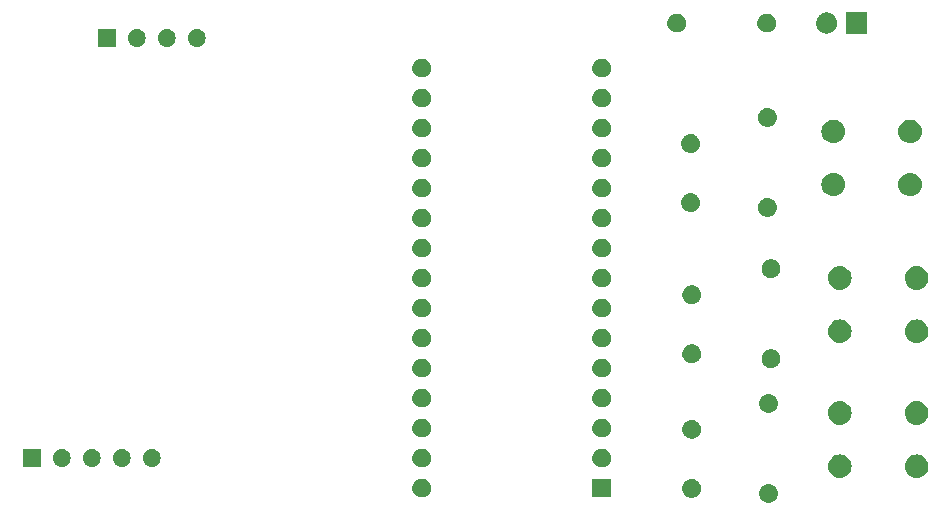
<source format=gbs>
G04 #@! TF.GenerationSoftware,KiCad,Pcbnew,8.0.6*
G04 #@! TF.CreationDate,2025-01-20T10:34:49+07:00*
G04 #@! TF.ProjectId,test_1,74657374-5f31-42e6-9b69-6361645f7063,rev?*
G04 #@! TF.SameCoordinates,Original*
G04 #@! TF.FileFunction,Soldermask,Bot*
G04 #@! TF.FilePolarity,Negative*
%FSLAX46Y46*%
G04 Gerber Fmt 4.6, Leading zero omitted, Abs format (unit mm)*
G04 Created by KiCad (PCBNEW 8.0.6) date 2025-01-20 10:34:49*
%MOMM*%
%LPD*%
G01*
G04 APERTURE LIST*
G04 APERTURE END LIST*
G36*
X142441811Y-127924711D02*
G01*
X142483588Y-127924711D01*
X142530718Y-127934728D01*
X142578017Y-127940058D01*
X142612408Y-127952092D01*
X142647110Y-127959468D01*
X142697117Y-127981733D01*
X142747107Y-127999225D01*
X142773128Y-128015575D01*
X142799835Y-128027466D01*
X142849633Y-128063646D01*
X142898792Y-128094535D01*
X142916444Y-128112187D01*
X142935084Y-128125730D01*
X142981165Y-128176908D01*
X143025465Y-128221208D01*
X143035654Y-128237424D01*
X143046946Y-128249965D01*
X143085573Y-128316870D01*
X143120775Y-128372893D01*
X143125170Y-128385453D01*
X143130535Y-128394746D01*
X143158010Y-128479305D01*
X143179942Y-128541983D01*
X143180773Y-128549363D01*
X143182195Y-128553738D01*
X143195076Y-128676306D01*
X143200000Y-128720000D01*
X143195076Y-128763697D01*
X143182195Y-128886261D01*
X143180773Y-128890635D01*
X143179942Y-128898017D01*
X143158005Y-128960707D01*
X143130535Y-129045253D01*
X143125171Y-129054543D01*
X143120775Y-129067107D01*
X143085566Y-129123140D01*
X143046946Y-129190034D01*
X143035656Y-129202572D01*
X143025465Y-129218792D01*
X142981155Y-129263101D01*
X142935084Y-129314269D01*
X142916448Y-129327808D01*
X142898792Y-129345465D01*
X142849623Y-129376359D01*
X142799835Y-129412533D01*
X142773134Y-129424421D01*
X142747107Y-129440775D01*
X142697107Y-129458270D01*
X142647110Y-129480531D01*
X142612414Y-129487905D01*
X142578017Y-129499942D01*
X142530715Y-129505271D01*
X142483588Y-129515289D01*
X142441811Y-129515289D01*
X142400000Y-129520000D01*
X142358189Y-129515289D01*
X142316412Y-129515289D01*
X142269284Y-129505271D01*
X142221983Y-129499942D01*
X142187586Y-129487906D01*
X142152889Y-129480531D01*
X142102887Y-129458268D01*
X142052893Y-129440775D01*
X142026868Y-129424422D01*
X142000164Y-129412533D01*
X141950369Y-129376355D01*
X141901208Y-129345465D01*
X141883554Y-129327811D01*
X141864915Y-129314269D01*
X141818833Y-129263090D01*
X141774535Y-129218792D01*
X141764345Y-129202575D01*
X141753053Y-129190034D01*
X141714420Y-129123120D01*
X141679225Y-129067107D01*
X141674830Y-129054547D01*
X141669464Y-129045253D01*
X141641980Y-128960667D01*
X141620058Y-128898017D01*
X141619226Y-128890639D01*
X141617804Y-128886261D01*
X141604908Y-128763565D01*
X141600000Y-128720000D01*
X141604908Y-128676438D01*
X141617804Y-128553738D01*
X141619226Y-128549358D01*
X141620058Y-128541983D01*
X141641975Y-128479345D01*
X141669464Y-128394746D01*
X141674831Y-128385449D01*
X141679225Y-128372893D01*
X141714413Y-128316890D01*
X141753053Y-128249965D01*
X141764347Y-128237421D01*
X141774535Y-128221208D01*
X141818826Y-128176916D01*
X141864917Y-128125728D01*
X141883559Y-128112183D01*
X141901208Y-128094535D01*
X141950354Y-128063654D01*
X142000162Y-128027467D01*
X142026873Y-128015574D01*
X142052893Y-127999225D01*
X142102877Y-127981734D01*
X142152889Y-127959468D01*
X142187592Y-127952091D01*
X142221983Y-127940058D01*
X142269281Y-127934728D01*
X142316412Y-127924711D01*
X142358189Y-127924711D01*
X142400000Y-127920000D01*
X142441811Y-127924711D01*
G37*
G36*
X135931811Y-127504711D02*
G01*
X135973588Y-127504711D01*
X136020718Y-127514728D01*
X136068017Y-127520058D01*
X136102408Y-127532092D01*
X136137110Y-127539468D01*
X136187117Y-127561733D01*
X136237107Y-127579225D01*
X136263128Y-127595575D01*
X136289835Y-127607466D01*
X136339633Y-127643646D01*
X136388792Y-127674535D01*
X136406444Y-127692187D01*
X136425084Y-127705730D01*
X136471165Y-127756908D01*
X136515465Y-127801208D01*
X136525654Y-127817424D01*
X136536946Y-127829965D01*
X136575573Y-127896870D01*
X136610775Y-127952893D01*
X136615170Y-127965453D01*
X136620535Y-127974746D01*
X136648010Y-128059305D01*
X136669942Y-128121983D01*
X136670773Y-128129363D01*
X136672195Y-128133738D01*
X136685076Y-128256306D01*
X136690000Y-128300000D01*
X136685076Y-128343697D01*
X136672195Y-128466261D01*
X136670773Y-128470635D01*
X136669942Y-128478017D01*
X136648005Y-128540707D01*
X136620535Y-128625253D01*
X136615171Y-128634543D01*
X136610775Y-128647107D01*
X136575566Y-128703140D01*
X136536946Y-128770034D01*
X136525656Y-128782572D01*
X136515465Y-128798792D01*
X136471155Y-128843101D01*
X136425084Y-128894269D01*
X136406448Y-128907808D01*
X136388792Y-128925465D01*
X136339623Y-128956359D01*
X136289835Y-128992533D01*
X136263134Y-129004421D01*
X136237107Y-129020775D01*
X136187107Y-129038270D01*
X136137110Y-129060531D01*
X136102414Y-129067905D01*
X136068017Y-129079942D01*
X136020715Y-129085271D01*
X135973588Y-129095289D01*
X135931811Y-129095289D01*
X135890000Y-129100000D01*
X135848189Y-129095289D01*
X135806412Y-129095289D01*
X135759284Y-129085271D01*
X135711983Y-129079942D01*
X135677586Y-129067906D01*
X135642889Y-129060531D01*
X135592887Y-129038268D01*
X135542893Y-129020775D01*
X135516868Y-129004422D01*
X135490164Y-128992533D01*
X135440369Y-128956355D01*
X135391208Y-128925465D01*
X135373554Y-128907811D01*
X135354915Y-128894269D01*
X135308833Y-128843090D01*
X135264535Y-128798792D01*
X135254345Y-128782575D01*
X135243053Y-128770034D01*
X135204420Y-128703120D01*
X135169225Y-128647107D01*
X135164830Y-128634547D01*
X135159464Y-128625253D01*
X135131980Y-128540667D01*
X135110058Y-128478017D01*
X135109226Y-128470639D01*
X135107804Y-128466261D01*
X135094908Y-128343565D01*
X135090000Y-128300000D01*
X135094908Y-128256438D01*
X135107804Y-128133738D01*
X135109226Y-128129358D01*
X135110058Y-128121983D01*
X135131975Y-128059345D01*
X135159464Y-127974746D01*
X135164831Y-127965449D01*
X135169225Y-127952893D01*
X135204413Y-127896890D01*
X135243053Y-127829965D01*
X135254347Y-127817421D01*
X135264535Y-127801208D01*
X135308826Y-127756916D01*
X135354917Y-127705728D01*
X135373559Y-127692183D01*
X135391208Y-127674535D01*
X135440354Y-127643654D01*
X135490162Y-127607467D01*
X135516873Y-127595574D01*
X135542893Y-127579225D01*
X135592877Y-127561734D01*
X135642889Y-127539468D01*
X135677592Y-127532091D01*
X135711983Y-127520058D01*
X135759281Y-127514728D01*
X135806412Y-127504711D01*
X135848189Y-127504711D01*
X135890000Y-127500000D01*
X135931811Y-127504711D01*
G37*
G36*
X113071811Y-127474711D02*
G01*
X113113588Y-127474711D01*
X113160718Y-127484728D01*
X113208017Y-127490058D01*
X113242408Y-127502092D01*
X113277110Y-127509468D01*
X113327117Y-127531733D01*
X113377107Y-127549225D01*
X113403128Y-127565575D01*
X113429835Y-127577466D01*
X113479633Y-127613646D01*
X113528792Y-127644535D01*
X113546444Y-127662187D01*
X113565084Y-127675730D01*
X113611165Y-127726908D01*
X113655465Y-127771208D01*
X113665654Y-127787424D01*
X113676946Y-127799965D01*
X113715573Y-127866870D01*
X113750775Y-127922893D01*
X113755170Y-127935453D01*
X113760535Y-127944746D01*
X113788010Y-128029305D01*
X113809942Y-128091983D01*
X113810773Y-128099363D01*
X113812195Y-128103738D01*
X113825076Y-128226306D01*
X113830000Y-128270000D01*
X113825076Y-128313697D01*
X113812195Y-128436261D01*
X113810773Y-128440635D01*
X113809942Y-128448017D01*
X113788005Y-128510707D01*
X113760535Y-128595253D01*
X113755171Y-128604543D01*
X113750775Y-128617107D01*
X113715566Y-128673140D01*
X113676946Y-128740034D01*
X113665656Y-128752572D01*
X113655465Y-128768792D01*
X113611155Y-128813101D01*
X113565084Y-128864269D01*
X113546448Y-128877808D01*
X113528792Y-128895465D01*
X113479623Y-128926359D01*
X113429835Y-128962533D01*
X113403134Y-128974421D01*
X113377107Y-128990775D01*
X113327107Y-129008270D01*
X113277110Y-129030531D01*
X113242414Y-129037905D01*
X113208017Y-129049942D01*
X113160715Y-129055271D01*
X113113588Y-129065289D01*
X113071811Y-129065289D01*
X113030000Y-129070000D01*
X112988189Y-129065289D01*
X112946412Y-129065289D01*
X112899284Y-129055271D01*
X112851983Y-129049942D01*
X112817586Y-129037906D01*
X112782889Y-129030531D01*
X112732887Y-129008268D01*
X112682893Y-128990775D01*
X112656868Y-128974422D01*
X112630164Y-128962533D01*
X112580369Y-128926355D01*
X112531208Y-128895465D01*
X112513554Y-128877811D01*
X112494915Y-128864269D01*
X112448833Y-128813090D01*
X112404535Y-128768792D01*
X112394345Y-128752575D01*
X112383053Y-128740034D01*
X112344420Y-128673120D01*
X112309225Y-128617107D01*
X112304830Y-128604547D01*
X112299464Y-128595253D01*
X112271980Y-128510667D01*
X112250058Y-128448017D01*
X112249226Y-128440639D01*
X112247804Y-128436261D01*
X112234908Y-128313565D01*
X112230000Y-128270000D01*
X112234908Y-128226438D01*
X112247804Y-128103738D01*
X112249226Y-128099358D01*
X112250058Y-128091983D01*
X112271975Y-128029345D01*
X112299464Y-127944746D01*
X112304831Y-127935449D01*
X112309225Y-127922893D01*
X112344413Y-127866890D01*
X112383053Y-127799965D01*
X112394347Y-127787421D01*
X112404535Y-127771208D01*
X112448826Y-127726916D01*
X112494917Y-127675728D01*
X112513559Y-127662183D01*
X112531208Y-127644535D01*
X112580354Y-127613654D01*
X112630162Y-127577467D01*
X112656873Y-127565574D01*
X112682893Y-127549225D01*
X112732877Y-127531734D01*
X112782889Y-127509468D01*
X112817592Y-127502091D01*
X112851983Y-127490058D01*
X112899281Y-127484728D01*
X112946412Y-127474711D01*
X112988189Y-127474711D01*
X113030000Y-127470000D01*
X113071811Y-127474711D01*
G37*
G36*
X129070000Y-129070000D02*
G01*
X127470000Y-129070000D01*
X127470000Y-127470000D01*
X129070000Y-127470000D01*
X129070000Y-129070000D01*
G37*
G36*
X148635090Y-125439215D02*
G01*
X148822683Y-125496120D01*
X148995570Y-125588530D01*
X149147107Y-125712893D01*
X149271470Y-125864430D01*
X149363880Y-126037317D01*
X149420785Y-126224910D01*
X149440000Y-126420000D01*
X149420785Y-126615090D01*
X149363880Y-126802683D01*
X149271470Y-126975570D01*
X149147107Y-127127107D01*
X148995570Y-127251470D01*
X148822683Y-127343880D01*
X148635090Y-127400785D01*
X148440000Y-127420000D01*
X148244910Y-127400785D01*
X148057317Y-127343880D01*
X147884430Y-127251470D01*
X147732893Y-127127107D01*
X147608530Y-126975570D01*
X147516120Y-126802683D01*
X147459215Y-126615090D01*
X147440000Y-126420000D01*
X147459215Y-126224910D01*
X147516120Y-126037317D01*
X147608530Y-125864430D01*
X147732893Y-125712893D01*
X147884430Y-125588530D01*
X148057317Y-125496120D01*
X148244910Y-125439215D01*
X148440000Y-125420000D01*
X148635090Y-125439215D01*
G37*
G36*
X155135090Y-125439215D02*
G01*
X155322683Y-125496120D01*
X155495570Y-125588530D01*
X155647107Y-125712893D01*
X155771470Y-125864430D01*
X155863880Y-126037317D01*
X155920785Y-126224910D01*
X155940000Y-126420000D01*
X155920785Y-126615090D01*
X155863880Y-126802683D01*
X155771470Y-126975570D01*
X155647107Y-127127107D01*
X155495570Y-127251470D01*
X155322683Y-127343880D01*
X155135090Y-127400785D01*
X154940000Y-127420000D01*
X154744910Y-127400785D01*
X154557317Y-127343880D01*
X154384430Y-127251470D01*
X154232893Y-127127107D01*
X154108530Y-126975570D01*
X154016120Y-126802683D01*
X153959215Y-126615090D01*
X153940000Y-126420000D01*
X153959215Y-126224910D01*
X154016120Y-126037317D01*
X154108530Y-125864430D01*
X154232893Y-125712893D01*
X154384430Y-125588530D01*
X154557317Y-125496120D01*
X154744910Y-125439215D01*
X154940000Y-125420000D01*
X155135090Y-125439215D01*
G37*
G36*
X113071811Y-124934711D02*
G01*
X113113588Y-124934711D01*
X113160718Y-124944728D01*
X113208017Y-124950058D01*
X113242408Y-124962092D01*
X113277110Y-124969468D01*
X113327117Y-124991733D01*
X113377107Y-125009225D01*
X113403128Y-125025575D01*
X113429835Y-125037466D01*
X113479633Y-125073646D01*
X113528792Y-125104535D01*
X113546444Y-125122187D01*
X113565084Y-125135730D01*
X113611165Y-125186908D01*
X113655465Y-125231208D01*
X113665654Y-125247424D01*
X113676946Y-125259965D01*
X113715573Y-125326870D01*
X113750775Y-125382893D01*
X113755170Y-125395453D01*
X113760535Y-125404746D01*
X113788010Y-125489305D01*
X113809942Y-125551983D01*
X113810773Y-125559363D01*
X113812195Y-125563738D01*
X113825076Y-125686306D01*
X113830000Y-125730000D01*
X113825076Y-125773697D01*
X113812195Y-125896261D01*
X113810773Y-125900635D01*
X113809942Y-125908017D01*
X113788005Y-125970707D01*
X113760535Y-126055253D01*
X113755171Y-126064543D01*
X113750775Y-126077107D01*
X113715566Y-126133140D01*
X113676946Y-126200034D01*
X113665656Y-126212572D01*
X113655465Y-126228792D01*
X113611155Y-126273101D01*
X113565084Y-126324269D01*
X113546448Y-126337808D01*
X113528792Y-126355465D01*
X113479623Y-126386359D01*
X113429835Y-126422533D01*
X113403134Y-126434421D01*
X113377107Y-126450775D01*
X113327107Y-126468270D01*
X113277110Y-126490531D01*
X113242414Y-126497905D01*
X113208017Y-126509942D01*
X113160715Y-126515271D01*
X113113588Y-126525289D01*
X113071811Y-126525289D01*
X113030000Y-126530000D01*
X112988189Y-126525289D01*
X112946412Y-126525289D01*
X112899284Y-126515271D01*
X112851983Y-126509942D01*
X112817586Y-126497906D01*
X112782889Y-126490531D01*
X112732887Y-126468268D01*
X112682893Y-126450775D01*
X112656868Y-126434422D01*
X112630164Y-126422533D01*
X112580369Y-126386355D01*
X112531208Y-126355465D01*
X112513554Y-126337811D01*
X112494915Y-126324269D01*
X112448833Y-126273090D01*
X112404535Y-126228792D01*
X112394345Y-126212575D01*
X112383053Y-126200034D01*
X112344420Y-126133120D01*
X112309225Y-126077107D01*
X112304830Y-126064547D01*
X112299464Y-126055253D01*
X112271980Y-125970667D01*
X112250058Y-125908017D01*
X112249226Y-125900639D01*
X112247804Y-125896261D01*
X112234908Y-125773565D01*
X112230000Y-125730000D01*
X112234908Y-125686438D01*
X112247804Y-125563738D01*
X112249226Y-125559358D01*
X112250058Y-125551983D01*
X112271975Y-125489345D01*
X112299464Y-125404746D01*
X112304831Y-125395449D01*
X112309225Y-125382893D01*
X112344413Y-125326890D01*
X112383053Y-125259965D01*
X112394347Y-125247421D01*
X112404535Y-125231208D01*
X112448826Y-125186916D01*
X112494917Y-125135728D01*
X112513559Y-125122183D01*
X112531208Y-125104535D01*
X112580354Y-125073654D01*
X112630162Y-125037467D01*
X112656873Y-125025574D01*
X112682893Y-125009225D01*
X112732877Y-124991734D01*
X112782889Y-124969468D01*
X112817592Y-124962091D01*
X112851983Y-124950058D01*
X112899281Y-124944728D01*
X112946412Y-124934711D01*
X112988189Y-124934711D01*
X113030000Y-124930000D01*
X113071811Y-124934711D01*
G37*
G36*
X128311811Y-124934711D02*
G01*
X128353588Y-124934711D01*
X128400718Y-124944728D01*
X128448017Y-124950058D01*
X128482408Y-124962092D01*
X128517110Y-124969468D01*
X128567117Y-124991733D01*
X128617107Y-125009225D01*
X128643128Y-125025575D01*
X128669835Y-125037466D01*
X128719633Y-125073646D01*
X128768792Y-125104535D01*
X128786444Y-125122187D01*
X128805084Y-125135730D01*
X128851165Y-125186908D01*
X128895465Y-125231208D01*
X128905654Y-125247424D01*
X128916946Y-125259965D01*
X128955573Y-125326870D01*
X128990775Y-125382893D01*
X128995170Y-125395453D01*
X129000535Y-125404746D01*
X129028010Y-125489305D01*
X129049942Y-125551983D01*
X129050773Y-125559363D01*
X129052195Y-125563738D01*
X129065076Y-125686306D01*
X129070000Y-125730000D01*
X129065076Y-125773697D01*
X129052195Y-125896261D01*
X129050773Y-125900635D01*
X129049942Y-125908017D01*
X129028005Y-125970707D01*
X129000535Y-126055253D01*
X128995171Y-126064543D01*
X128990775Y-126077107D01*
X128955566Y-126133140D01*
X128916946Y-126200034D01*
X128905656Y-126212572D01*
X128895465Y-126228792D01*
X128851155Y-126273101D01*
X128805084Y-126324269D01*
X128786448Y-126337808D01*
X128768792Y-126355465D01*
X128719623Y-126386359D01*
X128669835Y-126422533D01*
X128643134Y-126434421D01*
X128617107Y-126450775D01*
X128567107Y-126468270D01*
X128517110Y-126490531D01*
X128482414Y-126497905D01*
X128448017Y-126509942D01*
X128400715Y-126515271D01*
X128353588Y-126525289D01*
X128311811Y-126525289D01*
X128270000Y-126530000D01*
X128228189Y-126525289D01*
X128186412Y-126525289D01*
X128139284Y-126515271D01*
X128091983Y-126509942D01*
X128057586Y-126497906D01*
X128022889Y-126490531D01*
X127972887Y-126468268D01*
X127922893Y-126450775D01*
X127896868Y-126434422D01*
X127870164Y-126422533D01*
X127820369Y-126386355D01*
X127771208Y-126355465D01*
X127753554Y-126337811D01*
X127734915Y-126324269D01*
X127688833Y-126273090D01*
X127644535Y-126228792D01*
X127634345Y-126212575D01*
X127623053Y-126200034D01*
X127584420Y-126133120D01*
X127549225Y-126077107D01*
X127544830Y-126064547D01*
X127539464Y-126055253D01*
X127511980Y-125970667D01*
X127490058Y-125908017D01*
X127489226Y-125900639D01*
X127487804Y-125896261D01*
X127474908Y-125773565D01*
X127470000Y-125730000D01*
X127474908Y-125686438D01*
X127487804Y-125563738D01*
X127489226Y-125559358D01*
X127490058Y-125551983D01*
X127511975Y-125489345D01*
X127539464Y-125404746D01*
X127544831Y-125395449D01*
X127549225Y-125382893D01*
X127584413Y-125326890D01*
X127623053Y-125259965D01*
X127634347Y-125247421D01*
X127644535Y-125231208D01*
X127688826Y-125186916D01*
X127734917Y-125135728D01*
X127753559Y-125122183D01*
X127771208Y-125104535D01*
X127820354Y-125073654D01*
X127870162Y-125037467D01*
X127896873Y-125025574D01*
X127922893Y-125009225D01*
X127972877Y-124991734D01*
X128022889Y-124969468D01*
X128057592Y-124962091D01*
X128091983Y-124950058D01*
X128139281Y-124944728D01*
X128186412Y-124934711D01*
X128228189Y-124934711D01*
X128270000Y-124930000D01*
X128311811Y-124934711D01*
G37*
G36*
X80772000Y-126492000D02*
G01*
X79248000Y-126492000D01*
X79248000Y-124968000D01*
X80772000Y-124968000D01*
X80772000Y-126492000D01*
G37*
G36*
X82719561Y-124987105D02*
G01*
X82880619Y-125043462D01*
X83025099Y-125134244D01*
X83145756Y-125254901D01*
X83236538Y-125399381D01*
X83292895Y-125560439D01*
X83312000Y-125730000D01*
X83292895Y-125899561D01*
X83236538Y-126060619D01*
X83145756Y-126205099D01*
X83025099Y-126325756D01*
X82880619Y-126416538D01*
X82719561Y-126472895D01*
X82550000Y-126492000D01*
X82380439Y-126472895D01*
X82219381Y-126416538D01*
X82074901Y-126325756D01*
X81954244Y-126205099D01*
X81863462Y-126060619D01*
X81807105Y-125899561D01*
X81788000Y-125730000D01*
X81807105Y-125560439D01*
X81863462Y-125399381D01*
X81954244Y-125254901D01*
X82074901Y-125134244D01*
X82219381Y-125043462D01*
X82380439Y-124987105D01*
X82550000Y-124968000D01*
X82719561Y-124987105D01*
G37*
G36*
X85259561Y-124987105D02*
G01*
X85420619Y-125043462D01*
X85565099Y-125134244D01*
X85685756Y-125254901D01*
X85776538Y-125399381D01*
X85832895Y-125560439D01*
X85852000Y-125730000D01*
X85832895Y-125899561D01*
X85776538Y-126060619D01*
X85685756Y-126205099D01*
X85565099Y-126325756D01*
X85420619Y-126416538D01*
X85259561Y-126472895D01*
X85090000Y-126492000D01*
X84920439Y-126472895D01*
X84759381Y-126416538D01*
X84614901Y-126325756D01*
X84494244Y-126205099D01*
X84403462Y-126060619D01*
X84347105Y-125899561D01*
X84328000Y-125730000D01*
X84347105Y-125560439D01*
X84403462Y-125399381D01*
X84494244Y-125254901D01*
X84614901Y-125134244D01*
X84759381Y-125043462D01*
X84920439Y-124987105D01*
X85090000Y-124968000D01*
X85259561Y-124987105D01*
G37*
G36*
X87799561Y-124987105D02*
G01*
X87960619Y-125043462D01*
X88105099Y-125134244D01*
X88225756Y-125254901D01*
X88316538Y-125399381D01*
X88372895Y-125560439D01*
X88392000Y-125730000D01*
X88372895Y-125899561D01*
X88316538Y-126060619D01*
X88225756Y-126205099D01*
X88105099Y-126325756D01*
X87960619Y-126416538D01*
X87799561Y-126472895D01*
X87630000Y-126492000D01*
X87460439Y-126472895D01*
X87299381Y-126416538D01*
X87154901Y-126325756D01*
X87034244Y-126205099D01*
X86943462Y-126060619D01*
X86887105Y-125899561D01*
X86868000Y-125730000D01*
X86887105Y-125560439D01*
X86943462Y-125399381D01*
X87034244Y-125254901D01*
X87154901Y-125134244D01*
X87299381Y-125043462D01*
X87460439Y-124987105D01*
X87630000Y-124968000D01*
X87799561Y-124987105D01*
G37*
G36*
X90339561Y-124987105D02*
G01*
X90500619Y-125043462D01*
X90645099Y-125134244D01*
X90765756Y-125254901D01*
X90856538Y-125399381D01*
X90912895Y-125560439D01*
X90932000Y-125730000D01*
X90912895Y-125899561D01*
X90856538Y-126060619D01*
X90765756Y-126205099D01*
X90645099Y-126325756D01*
X90500619Y-126416538D01*
X90339561Y-126472895D01*
X90170000Y-126492000D01*
X90000439Y-126472895D01*
X89839381Y-126416538D01*
X89694901Y-126325756D01*
X89574244Y-126205099D01*
X89483462Y-126060619D01*
X89427105Y-125899561D01*
X89408000Y-125730000D01*
X89427105Y-125560439D01*
X89483462Y-125399381D01*
X89574244Y-125254901D01*
X89694901Y-125134244D01*
X89839381Y-125043462D01*
X90000439Y-124987105D01*
X90170000Y-124968000D01*
X90339561Y-124987105D01*
G37*
G36*
X135931811Y-122504711D02*
G01*
X135973588Y-122504711D01*
X136020718Y-122514728D01*
X136068017Y-122520058D01*
X136102408Y-122532092D01*
X136137110Y-122539468D01*
X136187117Y-122561733D01*
X136237107Y-122579225D01*
X136263128Y-122595575D01*
X136289835Y-122607466D01*
X136339633Y-122643646D01*
X136388792Y-122674535D01*
X136406444Y-122692187D01*
X136425084Y-122705730D01*
X136471165Y-122756908D01*
X136515465Y-122801208D01*
X136525654Y-122817424D01*
X136536946Y-122829965D01*
X136575573Y-122896870D01*
X136610775Y-122952893D01*
X136615170Y-122965453D01*
X136620535Y-122974746D01*
X136648010Y-123059305D01*
X136669942Y-123121983D01*
X136670773Y-123129363D01*
X136672195Y-123133738D01*
X136685076Y-123256306D01*
X136690000Y-123300000D01*
X136685076Y-123343697D01*
X136672195Y-123466261D01*
X136670773Y-123470635D01*
X136669942Y-123478017D01*
X136648005Y-123540707D01*
X136620535Y-123625253D01*
X136615171Y-123634543D01*
X136610775Y-123647107D01*
X136575566Y-123703140D01*
X136536946Y-123770034D01*
X136525656Y-123782572D01*
X136515465Y-123798792D01*
X136471155Y-123843101D01*
X136425084Y-123894269D01*
X136406448Y-123907808D01*
X136388792Y-123925465D01*
X136339623Y-123956359D01*
X136289835Y-123992533D01*
X136263134Y-124004421D01*
X136237107Y-124020775D01*
X136187107Y-124038270D01*
X136137110Y-124060531D01*
X136102414Y-124067905D01*
X136068017Y-124079942D01*
X136020715Y-124085271D01*
X135973588Y-124095289D01*
X135931811Y-124095289D01*
X135890000Y-124100000D01*
X135848189Y-124095289D01*
X135806412Y-124095289D01*
X135759284Y-124085271D01*
X135711983Y-124079942D01*
X135677586Y-124067906D01*
X135642889Y-124060531D01*
X135592887Y-124038268D01*
X135542893Y-124020775D01*
X135516868Y-124004422D01*
X135490164Y-123992533D01*
X135440369Y-123956355D01*
X135391208Y-123925465D01*
X135373554Y-123907811D01*
X135354915Y-123894269D01*
X135308833Y-123843090D01*
X135264535Y-123798792D01*
X135254345Y-123782575D01*
X135243053Y-123770034D01*
X135204420Y-123703120D01*
X135169225Y-123647107D01*
X135164830Y-123634547D01*
X135159464Y-123625253D01*
X135131980Y-123540667D01*
X135110058Y-123478017D01*
X135109226Y-123470639D01*
X135107804Y-123466261D01*
X135094908Y-123343565D01*
X135090000Y-123300000D01*
X135094908Y-123256438D01*
X135107804Y-123133738D01*
X135109226Y-123129358D01*
X135110058Y-123121983D01*
X135131975Y-123059345D01*
X135159464Y-122974746D01*
X135164831Y-122965449D01*
X135169225Y-122952893D01*
X135204413Y-122896890D01*
X135243053Y-122829965D01*
X135254347Y-122817421D01*
X135264535Y-122801208D01*
X135308826Y-122756916D01*
X135354917Y-122705728D01*
X135373559Y-122692183D01*
X135391208Y-122674535D01*
X135440354Y-122643654D01*
X135490162Y-122607467D01*
X135516873Y-122595574D01*
X135542893Y-122579225D01*
X135592877Y-122561734D01*
X135642889Y-122539468D01*
X135677592Y-122532091D01*
X135711983Y-122520058D01*
X135759281Y-122514728D01*
X135806412Y-122504711D01*
X135848189Y-122504711D01*
X135890000Y-122500000D01*
X135931811Y-122504711D01*
G37*
G36*
X113071811Y-122394711D02*
G01*
X113113588Y-122394711D01*
X113160718Y-122404728D01*
X113208017Y-122410058D01*
X113242408Y-122422092D01*
X113277110Y-122429468D01*
X113327117Y-122451733D01*
X113377107Y-122469225D01*
X113403128Y-122485575D01*
X113429835Y-122497466D01*
X113479633Y-122533646D01*
X113528792Y-122564535D01*
X113546444Y-122582187D01*
X113565084Y-122595730D01*
X113611165Y-122646908D01*
X113655465Y-122691208D01*
X113665654Y-122707424D01*
X113676946Y-122719965D01*
X113715573Y-122786870D01*
X113750775Y-122842893D01*
X113755170Y-122855453D01*
X113760535Y-122864746D01*
X113788010Y-122949305D01*
X113809942Y-123011983D01*
X113810773Y-123019363D01*
X113812195Y-123023738D01*
X113825076Y-123146306D01*
X113830000Y-123190000D01*
X113825076Y-123233697D01*
X113812195Y-123356261D01*
X113810773Y-123360635D01*
X113809942Y-123368017D01*
X113788005Y-123430707D01*
X113760535Y-123515253D01*
X113755171Y-123524543D01*
X113750775Y-123537107D01*
X113715566Y-123593140D01*
X113676946Y-123660034D01*
X113665656Y-123672572D01*
X113655465Y-123688792D01*
X113611155Y-123733101D01*
X113565084Y-123784269D01*
X113546448Y-123797808D01*
X113528792Y-123815465D01*
X113479623Y-123846359D01*
X113429835Y-123882533D01*
X113403134Y-123894421D01*
X113377107Y-123910775D01*
X113327107Y-123928270D01*
X113277110Y-123950531D01*
X113242414Y-123957905D01*
X113208017Y-123969942D01*
X113160715Y-123975271D01*
X113113588Y-123985289D01*
X113071811Y-123985289D01*
X113030000Y-123990000D01*
X112988189Y-123985289D01*
X112946412Y-123985289D01*
X112899284Y-123975271D01*
X112851983Y-123969942D01*
X112817586Y-123957906D01*
X112782889Y-123950531D01*
X112732887Y-123928268D01*
X112682893Y-123910775D01*
X112656868Y-123894422D01*
X112630164Y-123882533D01*
X112580369Y-123846355D01*
X112531208Y-123815465D01*
X112513554Y-123797811D01*
X112494915Y-123784269D01*
X112448833Y-123733090D01*
X112404535Y-123688792D01*
X112394345Y-123672575D01*
X112383053Y-123660034D01*
X112344420Y-123593120D01*
X112309225Y-123537107D01*
X112304830Y-123524547D01*
X112299464Y-123515253D01*
X112271980Y-123430667D01*
X112250058Y-123368017D01*
X112249226Y-123360639D01*
X112247804Y-123356261D01*
X112234908Y-123233565D01*
X112230000Y-123190000D01*
X112234908Y-123146438D01*
X112247804Y-123023738D01*
X112249226Y-123019358D01*
X112250058Y-123011983D01*
X112271975Y-122949345D01*
X112299464Y-122864746D01*
X112304831Y-122855449D01*
X112309225Y-122842893D01*
X112344413Y-122786890D01*
X112383053Y-122719965D01*
X112394347Y-122707421D01*
X112404535Y-122691208D01*
X112448826Y-122646916D01*
X112494917Y-122595728D01*
X112513559Y-122582183D01*
X112531208Y-122564535D01*
X112580354Y-122533654D01*
X112630162Y-122497467D01*
X112656873Y-122485574D01*
X112682893Y-122469225D01*
X112732877Y-122451734D01*
X112782889Y-122429468D01*
X112817592Y-122422091D01*
X112851983Y-122410058D01*
X112899281Y-122404728D01*
X112946412Y-122394711D01*
X112988189Y-122394711D01*
X113030000Y-122390000D01*
X113071811Y-122394711D01*
G37*
G36*
X128311811Y-122394711D02*
G01*
X128353588Y-122394711D01*
X128400718Y-122404728D01*
X128448017Y-122410058D01*
X128482408Y-122422092D01*
X128517110Y-122429468D01*
X128567117Y-122451733D01*
X128617107Y-122469225D01*
X128643128Y-122485575D01*
X128669835Y-122497466D01*
X128719633Y-122533646D01*
X128768792Y-122564535D01*
X128786444Y-122582187D01*
X128805084Y-122595730D01*
X128851165Y-122646908D01*
X128895465Y-122691208D01*
X128905654Y-122707424D01*
X128916946Y-122719965D01*
X128955573Y-122786870D01*
X128990775Y-122842893D01*
X128995170Y-122855453D01*
X129000535Y-122864746D01*
X129028010Y-122949305D01*
X129049942Y-123011983D01*
X129050773Y-123019363D01*
X129052195Y-123023738D01*
X129065076Y-123146306D01*
X129070000Y-123190000D01*
X129065076Y-123233697D01*
X129052195Y-123356261D01*
X129050773Y-123360635D01*
X129049942Y-123368017D01*
X129028005Y-123430707D01*
X129000535Y-123515253D01*
X128995171Y-123524543D01*
X128990775Y-123537107D01*
X128955566Y-123593140D01*
X128916946Y-123660034D01*
X128905656Y-123672572D01*
X128895465Y-123688792D01*
X128851155Y-123733101D01*
X128805084Y-123784269D01*
X128786448Y-123797808D01*
X128768792Y-123815465D01*
X128719623Y-123846359D01*
X128669835Y-123882533D01*
X128643134Y-123894421D01*
X128617107Y-123910775D01*
X128567107Y-123928270D01*
X128517110Y-123950531D01*
X128482414Y-123957905D01*
X128448017Y-123969942D01*
X128400715Y-123975271D01*
X128353588Y-123985289D01*
X128311811Y-123985289D01*
X128270000Y-123990000D01*
X128228189Y-123985289D01*
X128186412Y-123985289D01*
X128139284Y-123975271D01*
X128091983Y-123969942D01*
X128057586Y-123957906D01*
X128022889Y-123950531D01*
X127972887Y-123928268D01*
X127922893Y-123910775D01*
X127896868Y-123894422D01*
X127870164Y-123882533D01*
X127820369Y-123846355D01*
X127771208Y-123815465D01*
X127753554Y-123797811D01*
X127734915Y-123784269D01*
X127688833Y-123733090D01*
X127644535Y-123688792D01*
X127634345Y-123672575D01*
X127623053Y-123660034D01*
X127584420Y-123593120D01*
X127549225Y-123537107D01*
X127544830Y-123524547D01*
X127539464Y-123515253D01*
X127511980Y-123430667D01*
X127490058Y-123368017D01*
X127489226Y-123360639D01*
X127487804Y-123356261D01*
X127474908Y-123233565D01*
X127470000Y-123190000D01*
X127474908Y-123146438D01*
X127487804Y-123023738D01*
X127489226Y-123019358D01*
X127490058Y-123011983D01*
X127511975Y-122949345D01*
X127539464Y-122864746D01*
X127544831Y-122855449D01*
X127549225Y-122842893D01*
X127584413Y-122786890D01*
X127623053Y-122719965D01*
X127634347Y-122707421D01*
X127644535Y-122691208D01*
X127688826Y-122646916D01*
X127734917Y-122595728D01*
X127753559Y-122582183D01*
X127771208Y-122564535D01*
X127820354Y-122533654D01*
X127870162Y-122497467D01*
X127896873Y-122485574D01*
X127922893Y-122469225D01*
X127972877Y-122451734D01*
X128022889Y-122429468D01*
X128057592Y-122422091D01*
X128091983Y-122410058D01*
X128139281Y-122404728D01*
X128186412Y-122394711D01*
X128228189Y-122394711D01*
X128270000Y-122390000D01*
X128311811Y-122394711D01*
G37*
G36*
X148635090Y-120939215D02*
G01*
X148822683Y-120996120D01*
X148995570Y-121088530D01*
X149147107Y-121212893D01*
X149271470Y-121364430D01*
X149363880Y-121537317D01*
X149420785Y-121724910D01*
X149440000Y-121920000D01*
X149420785Y-122115090D01*
X149363880Y-122302683D01*
X149271470Y-122475570D01*
X149147107Y-122627107D01*
X148995570Y-122751470D01*
X148822683Y-122843880D01*
X148635090Y-122900785D01*
X148440000Y-122920000D01*
X148244910Y-122900785D01*
X148057317Y-122843880D01*
X147884430Y-122751470D01*
X147732893Y-122627107D01*
X147608530Y-122475570D01*
X147516120Y-122302683D01*
X147459215Y-122115090D01*
X147440000Y-121920000D01*
X147459215Y-121724910D01*
X147516120Y-121537317D01*
X147608530Y-121364430D01*
X147732893Y-121212893D01*
X147884430Y-121088530D01*
X148057317Y-120996120D01*
X148244910Y-120939215D01*
X148440000Y-120920000D01*
X148635090Y-120939215D01*
G37*
G36*
X155135090Y-120939215D02*
G01*
X155322683Y-120996120D01*
X155495570Y-121088530D01*
X155647107Y-121212893D01*
X155771470Y-121364430D01*
X155863880Y-121537317D01*
X155920785Y-121724910D01*
X155940000Y-121920000D01*
X155920785Y-122115090D01*
X155863880Y-122302683D01*
X155771470Y-122475570D01*
X155647107Y-122627107D01*
X155495570Y-122751470D01*
X155322683Y-122843880D01*
X155135090Y-122900785D01*
X154940000Y-122920000D01*
X154744910Y-122900785D01*
X154557317Y-122843880D01*
X154384430Y-122751470D01*
X154232893Y-122627107D01*
X154108530Y-122475570D01*
X154016120Y-122302683D01*
X153959215Y-122115090D01*
X153940000Y-121920000D01*
X153959215Y-121724910D01*
X154016120Y-121537317D01*
X154108530Y-121364430D01*
X154232893Y-121212893D01*
X154384430Y-121088530D01*
X154557317Y-120996120D01*
X154744910Y-120939215D01*
X154940000Y-120920000D01*
X155135090Y-120939215D01*
G37*
G36*
X142441811Y-120304711D02*
G01*
X142483588Y-120304711D01*
X142530718Y-120314728D01*
X142578017Y-120320058D01*
X142612408Y-120332092D01*
X142647110Y-120339468D01*
X142697117Y-120361733D01*
X142747107Y-120379225D01*
X142773128Y-120395575D01*
X142799835Y-120407466D01*
X142849633Y-120443646D01*
X142898792Y-120474535D01*
X142916444Y-120492187D01*
X142935084Y-120505730D01*
X142981165Y-120556908D01*
X143025465Y-120601208D01*
X143035654Y-120617424D01*
X143046946Y-120629965D01*
X143085573Y-120696870D01*
X143120775Y-120752893D01*
X143125170Y-120765453D01*
X143130535Y-120774746D01*
X143158010Y-120859305D01*
X143179942Y-120921983D01*
X143180773Y-120929363D01*
X143182195Y-120933738D01*
X143195076Y-121056306D01*
X143200000Y-121100000D01*
X143195076Y-121143697D01*
X143182195Y-121266261D01*
X143180773Y-121270635D01*
X143179942Y-121278017D01*
X143158005Y-121340707D01*
X143130535Y-121425253D01*
X143125171Y-121434543D01*
X143120775Y-121447107D01*
X143085566Y-121503140D01*
X143046946Y-121570034D01*
X143035656Y-121582572D01*
X143025465Y-121598792D01*
X142981155Y-121643101D01*
X142935084Y-121694269D01*
X142916448Y-121707808D01*
X142898792Y-121725465D01*
X142849623Y-121756359D01*
X142799835Y-121792533D01*
X142773134Y-121804421D01*
X142747107Y-121820775D01*
X142697107Y-121838270D01*
X142647110Y-121860531D01*
X142612414Y-121867905D01*
X142578017Y-121879942D01*
X142530715Y-121885271D01*
X142483588Y-121895289D01*
X142441811Y-121895289D01*
X142400000Y-121900000D01*
X142358189Y-121895289D01*
X142316412Y-121895289D01*
X142269284Y-121885271D01*
X142221983Y-121879942D01*
X142187586Y-121867906D01*
X142152889Y-121860531D01*
X142102887Y-121838268D01*
X142052893Y-121820775D01*
X142026868Y-121804422D01*
X142000164Y-121792533D01*
X141950369Y-121756355D01*
X141901208Y-121725465D01*
X141883554Y-121707811D01*
X141864915Y-121694269D01*
X141818833Y-121643090D01*
X141774535Y-121598792D01*
X141764345Y-121582575D01*
X141753053Y-121570034D01*
X141714420Y-121503120D01*
X141679225Y-121447107D01*
X141674830Y-121434547D01*
X141669464Y-121425253D01*
X141641980Y-121340667D01*
X141620058Y-121278017D01*
X141619226Y-121270639D01*
X141617804Y-121266261D01*
X141604908Y-121143565D01*
X141600000Y-121100000D01*
X141604908Y-121056438D01*
X141617804Y-120933738D01*
X141619226Y-120929358D01*
X141620058Y-120921983D01*
X141641975Y-120859345D01*
X141669464Y-120774746D01*
X141674831Y-120765449D01*
X141679225Y-120752893D01*
X141714413Y-120696890D01*
X141753053Y-120629965D01*
X141764347Y-120617421D01*
X141774535Y-120601208D01*
X141818826Y-120556916D01*
X141864917Y-120505728D01*
X141883559Y-120492183D01*
X141901208Y-120474535D01*
X141950354Y-120443654D01*
X142000162Y-120407467D01*
X142026873Y-120395574D01*
X142052893Y-120379225D01*
X142102877Y-120361734D01*
X142152889Y-120339468D01*
X142187592Y-120332091D01*
X142221983Y-120320058D01*
X142269281Y-120314728D01*
X142316412Y-120304711D01*
X142358189Y-120304711D01*
X142400000Y-120300000D01*
X142441811Y-120304711D01*
G37*
G36*
X113071811Y-119854711D02*
G01*
X113113588Y-119854711D01*
X113160718Y-119864728D01*
X113208017Y-119870058D01*
X113242408Y-119882092D01*
X113277110Y-119889468D01*
X113327117Y-119911733D01*
X113377107Y-119929225D01*
X113403128Y-119945575D01*
X113429835Y-119957466D01*
X113479633Y-119993646D01*
X113528792Y-120024535D01*
X113546444Y-120042187D01*
X113565084Y-120055730D01*
X113611165Y-120106908D01*
X113655465Y-120151208D01*
X113665654Y-120167424D01*
X113676946Y-120179965D01*
X113715573Y-120246870D01*
X113750775Y-120302893D01*
X113755170Y-120315453D01*
X113760535Y-120324746D01*
X113788010Y-120409305D01*
X113809942Y-120471983D01*
X113810773Y-120479363D01*
X113812195Y-120483738D01*
X113825076Y-120606306D01*
X113830000Y-120650000D01*
X113825076Y-120693697D01*
X113812195Y-120816261D01*
X113810773Y-120820635D01*
X113809942Y-120828017D01*
X113788005Y-120890707D01*
X113760535Y-120975253D01*
X113755171Y-120984543D01*
X113750775Y-120997107D01*
X113715566Y-121053140D01*
X113676946Y-121120034D01*
X113665656Y-121132572D01*
X113655465Y-121148792D01*
X113611155Y-121193101D01*
X113565084Y-121244269D01*
X113546448Y-121257808D01*
X113528792Y-121275465D01*
X113479623Y-121306359D01*
X113429835Y-121342533D01*
X113403134Y-121354421D01*
X113377107Y-121370775D01*
X113327107Y-121388270D01*
X113277110Y-121410531D01*
X113242414Y-121417905D01*
X113208017Y-121429942D01*
X113160715Y-121435271D01*
X113113588Y-121445289D01*
X113071811Y-121445289D01*
X113030000Y-121450000D01*
X112988189Y-121445289D01*
X112946412Y-121445289D01*
X112899284Y-121435271D01*
X112851983Y-121429942D01*
X112817586Y-121417906D01*
X112782889Y-121410531D01*
X112732887Y-121388268D01*
X112682893Y-121370775D01*
X112656868Y-121354422D01*
X112630164Y-121342533D01*
X112580369Y-121306355D01*
X112531208Y-121275465D01*
X112513554Y-121257811D01*
X112494915Y-121244269D01*
X112448833Y-121193090D01*
X112404535Y-121148792D01*
X112394345Y-121132575D01*
X112383053Y-121120034D01*
X112344420Y-121053120D01*
X112309225Y-120997107D01*
X112304830Y-120984547D01*
X112299464Y-120975253D01*
X112271980Y-120890667D01*
X112250058Y-120828017D01*
X112249226Y-120820639D01*
X112247804Y-120816261D01*
X112234908Y-120693565D01*
X112230000Y-120650000D01*
X112234908Y-120606438D01*
X112247804Y-120483738D01*
X112249226Y-120479358D01*
X112250058Y-120471983D01*
X112271975Y-120409345D01*
X112299464Y-120324746D01*
X112304831Y-120315449D01*
X112309225Y-120302893D01*
X112344413Y-120246890D01*
X112383053Y-120179965D01*
X112394347Y-120167421D01*
X112404535Y-120151208D01*
X112448826Y-120106916D01*
X112494917Y-120055728D01*
X112513559Y-120042183D01*
X112531208Y-120024535D01*
X112580354Y-119993654D01*
X112630162Y-119957467D01*
X112656873Y-119945574D01*
X112682893Y-119929225D01*
X112732877Y-119911734D01*
X112782889Y-119889468D01*
X112817592Y-119882091D01*
X112851983Y-119870058D01*
X112899281Y-119864728D01*
X112946412Y-119854711D01*
X112988189Y-119854711D01*
X113030000Y-119850000D01*
X113071811Y-119854711D01*
G37*
G36*
X128311811Y-119854711D02*
G01*
X128353588Y-119854711D01*
X128400718Y-119864728D01*
X128448017Y-119870058D01*
X128482408Y-119882092D01*
X128517110Y-119889468D01*
X128567117Y-119911733D01*
X128617107Y-119929225D01*
X128643128Y-119945575D01*
X128669835Y-119957466D01*
X128719633Y-119993646D01*
X128768792Y-120024535D01*
X128786444Y-120042187D01*
X128805084Y-120055730D01*
X128851165Y-120106908D01*
X128895465Y-120151208D01*
X128905654Y-120167424D01*
X128916946Y-120179965D01*
X128955573Y-120246870D01*
X128990775Y-120302893D01*
X128995170Y-120315453D01*
X129000535Y-120324746D01*
X129028010Y-120409305D01*
X129049942Y-120471983D01*
X129050773Y-120479363D01*
X129052195Y-120483738D01*
X129065076Y-120606306D01*
X129070000Y-120650000D01*
X129065076Y-120693697D01*
X129052195Y-120816261D01*
X129050773Y-120820635D01*
X129049942Y-120828017D01*
X129028005Y-120890707D01*
X129000535Y-120975253D01*
X128995171Y-120984543D01*
X128990775Y-120997107D01*
X128955566Y-121053140D01*
X128916946Y-121120034D01*
X128905656Y-121132572D01*
X128895465Y-121148792D01*
X128851155Y-121193101D01*
X128805084Y-121244269D01*
X128786448Y-121257808D01*
X128768792Y-121275465D01*
X128719623Y-121306359D01*
X128669835Y-121342533D01*
X128643134Y-121354421D01*
X128617107Y-121370775D01*
X128567107Y-121388270D01*
X128517110Y-121410531D01*
X128482414Y-121417905D01*
X128448017Y-121429942D01*
X128400715Y-121435271D01*
X128353588Y-121445289D01*
X128311811Y-121445289D01*
X128270000Y-121450000D01*
X128228189Y-121445289D01*
X128186412Y-121445289D01*
X128139284Y-121435271D01*
X128091983Y-121429942D01*
X128057586Y-121417906D01*
X128022889Y-121410531D01*
X127972887Y-121388268D01*
X127922893Y-121370775D01*
X127896868Y-121354422D01*
X127870164Y-121342533D01*
X127820369Y-121306355D01*
X127771208Y-121275465D01*
X127753554Y-121257811D01*
X127734915Y-121244269D01*
X127688833Y-121193090D01*
X127644535Y-121148792D01*
X127634345Y-121132575D01*
X127623053Y-121120034D01*
X127584420Y-121053120D01*
X127549225Y-120997107D01*
X127544830Y-120984547D01*
X127539464Y-120975253D01*
X127511980Y-120890667D01*
X127490058Y-120828017D01*
X127489226Y-120820639D01*
X127487804Y-120816261D01*
X127474908Y-120693565D01*
X127470000Y-120650000D01*
X127474908Y-120606438D01*
X127487804Y-120483738D01*
X127489226Y-120479358D01*
X127490058Y-120471983D01*
X127511975Y-120409345D01*
X127539464Y-120324746D01*
X127544831Y-120315449D01*
X127549225Y-120302893D01*
X127584413Y-120246890D01*
X127623053Y-120179965D01*
X127634347Y-120167421D01*
X127644535Y-120151208D01*
X127688826Y-120106916D01*
X127734917Y-120055728D01*
X127753559Y-120042183D01*
X127771208Y-120024535D01*
X127820354Y-119993654D01*
X127870162Y-119957467D01*
X127896873Y-119945574D01*
X127922893Y-119929225D01*
X127972877Y-119911734D01*
X128022889Y-119889468D01*
X128057592Y-119882091D01*
X128091983Y-119870058D01*
X128139281Y-119864728D01*
X128186412Y-119854711D01*
X128228189Y-119854711D01*
X128270000Y-119850000D01*
X128311811Y-119854711D01*
G37*
G36*
X113071811Y-117314711D02*
G01*
X113113588Y-117314711D01*
X113160718Y-117324728D01*
X113208017Y-117330058D01*
X113242408Y-117342092D01*
X113277110Y-117349468D01*
X113327117Y-117371733D01*
X113377107Y-117389225D01*
X113403128Y-117405575D01*
X113429835Y-117417466D01*
X113479633Y-117453646D01*
X113528792Y-117484535D01*
X113546444Y-117502187D01*
X113565084Y-117515730D01*
X113611165Y-117566908D01*
X113655465Y-117611208D01*
X113665654Y-117627424D01*
X113676946Y-117639965D01*
X113715573Y-117706870D01*
X113750775Y-117762893D01*
X113755170Y-117775453D01*
X113760535Y-117784746D01*
X113788010Y-117869305D01*
X113809942Y-117931983D01*
X113810773Y-117939363D01*
X113812195Y-117943738D01*
X113825076Y-118066306D01*
X113830000Y-118110000D01*
X113825076Y-118153697D01*
X113812195Y-118276261D01*
X113810773Y-118280635D01*
X113809942Y-118288017D01*
X113788005Y-118350707D01*
X113760535Y-118435253D01*
X113755171Y-118444543D01*
X113750775Y-118457107D01*
X113715566Y-118513140D01*
X113676946Y-118580034D01*
X113665656Y-118592572D01*
X113655465Y-118608792D01*
X113611155Y-118653101D01*
X113565084Y-118704269D01*
X113546448Y-118717808D01*
X113528792Y-118735465D01*
X113479623Y-118766359D01*
X113429835Y-118802533D01*
X113403134Y-118814421D01*
X113377107Y-118830775D01*
X113327107Y-118848270D01*
X113277110Y-118870531D01*
X113242414Y-118877905D01*
X113208017Y-118889942D01*
X113160715Y-118895271D01*
X113113588Y-118905289D01*
X113071811Y-118905289D01*
X113030000Y-118910000D01*
X112988189Y-118905289D01*
X112946412Y-118905289D01*
X112899284Y-118895271D01*
X112851983Y-118889942D01*
X112817586Y-118877906D01*
X112782889Y-118870531D01*
X112732887Y-118848268D01*
X112682893Y-118830775D01*
X112656868Y-118814422D01*
X112630164Y-118802533D01*
X112580369Y-118766355D01*
X112531208Y-118735465D01*
X112513554Y-118717811D01*
X112494915Y-118704269D01*
X112448833Y-118653090D01*
X112404535Y-118608792D01*
X112394345Y-118592575D01*
X112383053Y-118580034D01*
X112344420Y-118513120D01*
X112309225Y-118457107D01*
X112304830Y-118444547D01*
X112299464Y-118435253D01*
X112271980Y-118350667D01*
X112250058Y-118288017D01*
X112249226Y-118280639D01*
X112247804Y-118276261D01*
X112234908Y-118153565D01*
X112230000Y-118110000D01*
X112234908Y-118066438D01*
X112247804Y-117943738D01*
X112249226Y-117939358D01*
X112250058Y-117931983D01*
X112271975Y-117869345D01*
X112299464Y-117784746D01*
X112304831Y-117775449D01*
X112309225Y-117762893D01*
X112344413Y-117706890D01*
X112383053Y-117639965D01*
X112394347Y-117627421D01*
X112404535Y-117611208D01*
X112448826Y-117566916D01*
X112494917Y-117515728D01*
X112513559Y-117502183D01*
X112531208Y-117484535D01*
X112580354Y-117453654D01*
X112630162Y-117417467D01*
X112656873Y-117405574D01*
X112682893Y-117389225D01*
X112732877Y-117371734D01*
X112782889Y-117349468D01*
X112817592Y-117342091D01*
X112851983Y-117330058D01*
X112899281Y-117324728D01*
X112946412Y-117314711D01*
X112988189Y-117314711D01*
X113030000Y-117310000D01*
X113071811Y-117314711D01*
G37*
G36*
X128311811Y-117314711D02*
G01*
X128353588Y-117314711D01*
X128400718Y-117324728D01*
X128448017Y-117330058D01*
X128482408Y-117342092D01*
X128517110Y-117349468D01*
X128567117Y-117371733D01*
X128617107Y-117389225D01*
X128643128Y-117405575D01*
X128669835Y-117417466D01*
X128719633Y-117453646D01*
X128768792Y-117484535D01*
X128786444Y-117502187D01*
X128805084Y-117515730D01*
X128851165Y-117566908D01*
X128895465Y-117611208D01*
X128905654Y-117627424D01*
X128916946Y-117639965D01*
X128955573Y-117706870D01*
X128990775Y-117762893D01*
X128995170Y-117775453D01*
X129000535Y-117784746D01*
X129028010Y-117869305D01*
X129049942Y-117931983D01*
X129050773Y-117939363D01*
X129052195Y-117943738D01*
X129065076Y-118066306D01*
X129070000Y-118110000D01*
X129065076Y-118153697D01*
X129052195Y-118276261D01*
X129050773Y-118280635D01*
X129049942Y-118288017D01*
X129028005Y-118350707D01*
X129000535Y-118435253D01*
X128995171Y-118444543D01*
X128990775Y-118457107D01*
X128955566Y-118513140D01*
X128916946Y-118580034D01*
X128905656Y-118592572D01*
X128895465Y-118608792D01*
X128851155Y-118653101D01*
X128805084Y-118704269D01*
X128786448Y-118717808D01*
X128768792Y-118735465D01*
X128719623Y-118766359D01*
X128669835Y-118802533D01*
X128643134Y-118814421D01*
X128617107Y-118830775D01*
X128567107Y-118848270D01*
X128517110Y-118870531D01*
X128482414Y-118877905D01*
X128448017Y-118889942D01*
X128400715Y-118895271D01*
X128353588Y-118905289D01*
X128311811Y-118905289D01*
X128270000Y-118910000D01*
X128228189Y-118905289D01*
X128186412Y-118905289D01*
X128139284Y-118895271D01*
X128091983Y-118889942D01*
X128057586Y-118877906D01*
X128022889Y-118870531D01*
X127972887Y-118848268D01*
X127922893Y-118830775D01*
X127896868Y-118814422D01*
X127870164Y-118802533D01*
X127820369Y-118766355D01*
X127771208Y-118735465D01*
X127753554Y-118717811D01*
X127734915Y-118704269D01*
X127688833Y-118653090D01*
X127644535Y-118608792D01*
X127634345Y-118592575D01*
X127623053Y-118580034D01*
X127584420Y-118513120D01*
X127549225Y-118457107D01*
X127544830Y-118444547D01*
X127539464Y-118435253D01*
X127511980Y-118350667D01*
X127490058Y-118288017D01*
X127489226Y-118280639D01*
X127487804Y-118276261D01*
X127474908Y-118153565D01*
X127470000Y-118110000D01*
X127474908Y-118066438D01*
X127487804Y-117943738D01*
X127489226Y-117939358D01*
X127490058Y-117931983D01*
X127511975Y-117869345D01*
X127539464Y-117784746D01*
X127544831Y-117775449D01*
X127549225Y-117762893D01*
X127584413Y-117706890D01*
X127623053Y-117639965D01*
X127634347Y-117627421D01*
X127644535Y-117611208D01*
X127688826Y-117566916D01*
X127734917Y-117515728D01*
X127753559Y-117502183D01*
X127771208Y-117484535D01*
X127820354Y-117453654D01*
X127870162Y-117417467D01*
X127896873Y-117405574D01*
X127922893Y-117389225D01*
X127972877Y-117371734D01*
X128022889Y-117349468D01*
X128057592Y-117342091D01*
X128091983Y-117330058D01*
X128139281Y-117324728D01*
X128186412Y-117314711D01*
X128228189Y-117314711D01*
X128270000Y-117310000D01*
X128311811Y-117314711D01*
G37*
G36*
X142641811Y-116524711D02*
G01*
X142683588Y-116524711D01*
X142730718Y-116534728D01*
X142778017Y-116540058D01*
X142812408Y-116552092D01*
X142847110Y-116559468D01*
X142897117Y-116581733D01*
X142947107Y-116599225D01*
X142973128Y-116615575D01*
X142999835Y-116627466D01*
X143049633Y-116663646D01*
X143098792Y-116694535D01*
X143116444Y-116712187D01*
X143135084Y-116725730D01*
X143181165Y-116776908D01*
X143225465Y-116821208D01*
X143235654Y-116837424D01*
X143246946Y-116849965D01*
X143285573Y-116916870D01*
X143320775Y-116972893D01*
X143325170Y-116985453D01*
X143330535Y-116994746D01*
X143358010Y-117079305D01*
X143379942Y-117141983D01*
X143380773Y-117149363D01*
X143382195Y-117153738D01*
X143395076Y-117276306D01*
X143400000Y-117320000D01*
X143395076Y-117363697D01*
X143382195Y-117486261D01*
X143380773Y-117490635D01*
X143379942Y-117498017D01*
X143358005Y-117560707D01*
X143330535Y-117645253D01*
X143325171Y-117654543D01*
X143320775Y-117667107D01*
X143285566Y-117723140D01*
X143246946Y-117790034D01*
X143235656Y-117802572D01*
X143225465Y-117818792D01*
X143181155Y-117863101D01*
X143135084Y-117914269D01*
X143116448Y-117927808D01*
X143098792Y-117945465D01*
X143049623Y-117976359D01*
X142999835Y-118012533D01*
X142973134Y-118024421D01*
X142947107Y-118040775D01*
X142897107Y-118058270D01*
X142847110Y-118080531D01*
X142812414Y-118087905D01*
X142778017Y-118099942D01*
X142730715Y-118105271D01*
X142683588Y-118115289D01*
X142641811Y-118115289D01*
X142600000Y-118120000D01*
X142558189Y-118115289D01*
X142516412Y-118115289D01*
X142469284Y-118105271D01*
X142421983Y-118099942D01*
X142387586Y-118087906D01*
X142352889Y-118080531D01*
X142302887Y-118058268D01*
X142252893Y-118040775D01*
X142226868Y-118024422D01*
X142200164Y-118012533D01*
X142150369Y-117976355D01*
X142101208Y-117945465D01*
X142083554Y-117927811D01*
X142064915Y-117914269D01*
X142018833Y-117863090D01*
X141974535Y-117818792D01*
X141964345Y-117802575D01*
X141953053Y-117790034D01*
X141914420Y-117723120D01*
X141879225Y-117667107D01*
X141874830Y-117654547D01*
X141869464Y-117645253D01*
X141841980Y-117560667D01*
X141820058Y-117498017D01*
X141819226Y-117490639D01*
X141817804Y-117486261D01*
X141804908Y-117363565D01*
X141800000Y-117320000D01*
X141804908Y-117276438D01*
X141817804Y-117153738D01*
X141819226Y-117149358D01*
X141820058Y-117141983D01*
X141841975Y-117079345D01*
X141869464Y-116994746D01*
X141874831Y-116985449D01*
X141879225Y-116972893D01*
X141914413Y-116916890D01*
X141953053Y-116849965D01*
X141964347Y-116837421D01*
X141974535Y-116821208D01*
X142018826Y-116776916D01*
X142064917Y-116725728D01*
X142083559Y-116712183D01*
X142101208Y-116694535D01*
X142150354Y-116663654D01*
X142200162Y-116627467D01*
X142226873Y-116615574D01*
X142252893Y-116599225D01*
X142302877Y-116581734D01*
X142352889Y-116559468D01*
X142387592Y-116552091D01*
X142421983Y-116540058D01*
X142469281Y-116534728D01*
X142516412Y-116524711D01*
X142558189Y-116524711D01*
X142600000Y-116520000D01*
X142641811Y-116524711D01*
G37*
G36*
X135931811Y-116104711D02*
G01*
X135973588Y-116104711D01*
X136020718Y-116114728D01*
X136068017Y-116120058D01*
X136102408Y-116132092D01*
X136137110Y-116139468D01*
X136187117Y-116161733D01*
X136237107Y-116179225D01*
X136263128Y-116195575D01*
X136289835Y-116207466D01*
X136339633Y-116243646D01*
X136388792Y-116274535D01*
X136406444Y-116292187D01*
X136425084Y-116305730D01*
X136471165Y-116356908D01*
X136515465Y-116401208D01*
X136525654Y-116417424D01*
X136536946Y-116429965D01*
X136575573Y-116496870D01*
X136610775Y-116552893D01*
X136615170Y-116565453D01*
X136620535Y-116574746D01*
X136648010Y-116659305D01*
X136669942Y-116721983D01*
X136670773Y-116729363D01*
X136672195Y-116733738D01*
X136685076Y-116856306D01*
X136690000Y-116900000D01*
X136685076Y-116943697D01*
X136672195Y-117066261D01*
X136670773Y-117070635D01*
X136669942Y-117078017D01*
X136648005Y-117140707D01*
X136620535Y-117225253D01*
X136615171Y-117234543D01*
X136610775Y-117247107D01*
X136575566Y-117303140D01*
X136536946Y-117370034D01*
X136525656Y-117382572D01*
X136515465Y-117398792D01*
X136471155Y-117443101D01*
X136425084Y-117494269D01*
X136406448Y-117507808D01*
X136388792Y-117525465D01*
X136339623Y-117556359D01*
X136289835Y-117592533D01*
X136263134Y-117604421D01*
X136237107Y-117620775D01*
X136187107Y-117638270D01*
X136137110Y-117660531D01*
X136102414Y-117667905D01*
X136068017Y-117679942D01*
X136020715Y-117685271D01*
X135973588Y-117695289D01*
X135931811Y-117695289D01*
X135890000Y-117700000D01*
X135848189Y-117695289D01*
X135806412Y-117695289D01*
X135759284Y-117685271D01*
X135711983Y-117679942D01*
X135677586Y-117667906D01*
X135642889Y-117660531D01*
X135592887Y-117638268D01*
X135542893Y-117620775D01*
X135516868Y-117604422D01*
X135490164Y-117592533D01*
X135440369Y-117556355D01*
X135391208Y-117525465D01*
X135373554Y-117507811D01*
X135354915Y-117494269D01*
X135308833Y-117443090D01*
X135264535Y-117398792D01*
X135254345Y-117382575D01*
X135243053Y-117370034D01*
X135204420Y-117303120D01*
X135169225Y-117247107D01*
X135164830Y-117234547D01*
X135159464Y-117225253D01*
X135131980Y-117140667D01*
X135110058Y-117078017D01*
X135109226Y-117070639D01*
X135107804Y-117066261D01*
X135094908Y-116943565D01*
X135090000Y-116900000D01*
X135094908Y-116856438D01*
X135107804Y-116733738D01*
X135109226Y-116729358D01*
X135110058Y-116721983D01*
X135131975Y-116659345D01*
X135159464Y-116574746D01*
X135164831Y-116565449D01*
X135169225Y-116552893D01*
X135204413Y-116496890D01*
X135243053Y-116429965D01*
X135254347Y-116417421D01*
X135264535Y-116401208D01*
X135308826Y-116356916D01*
X135354917Y-116305728D01*
X135373559Y-116292183D01*
X135391208Y-116274535D01*
X135440354Y-116243654D01*
X135490162Y-116207467D01*
X135516873Y-116195574D01*
X135542893Y-116179225D01*
X135592877Y-116161734D01*
X135642889Y-116139468D01*
X135677592Y-116132091D01*
X135711983Y-116120058D01*
X135759281Y-116114728D01*
X135806412Y-116104711D01*
X135848189Y-116104711D01*
X135890000Y-116100000D01*
X135931811Y-116104711D01*
G37*
G36*
X113071811Y-114774711D02*
G01*
X113113588Y-114774711D01*
X113160718Y-114784728D01*
X113208017Y-114790058D01*
X113242408Y-114802092D01*
X113277110Y-114809468D01*
X113327117Y-114831733D01*
X113377107Y-114849225D01*
X113403128Y-114865575D01*
X113429835Y-114877466D01*
X113479633Y-114913646D01*
X113528792Y-114944535D01*
X113546444Y-114962187D01*
X113565084Y-114975730D01*
X113611165Y-115026908D01*
X113655465Y-115071208D01*
X113665654Y-115087424D01*
X113676946Y-115099965D01*
X113715573Y-115166870D01*
X113750775Y-115222893D01*
X113755170Y-115235453D01*
X113760535Y-115244746D01*
X113788010Y-115329305D01*
X113809942Y-115391983D01*
X113810773Y-115399363D01*
X113812195Y-115403738D01*
X113825076Y-115526306D01*
X113830000Y-115570000D01*
X113825076Y-115613697D01*
X113812195Y-115736261D01*
X113810773Y-115740635D01*
X113809942Y-115748017D01*
X113788005Y-115810707D01*
X113760535Y-115895253D01*
X113755171Y-115904543D01*
X113750775Y-115917107D01*
X113715566Y-115973140D01*
X113676946Y-116040034D01*
X113665656Y-116052572D01*
X113655465Y-116068792D01*
X113611155Y-116113101D01*
X113565084Y-116164269D01*
X113546448Y-116177808D01*
X113528792Y-116195465D01*
X113479623Y-116226359D01*
X113429835Y-116262533D01*
X113403134Y-116274421D01*
X113377107Y-116290775D01*
X113327107Y-116308270D01*
X113277110Y-116330531D01*
X113242414Y-116337905D01*
X113208017Y-116349942D01*
X113160715Y-116355271D01*
X113113588Y-116365289D01*
X113071811Y-116365289D01*
X113030000Y-116370000D01*
X112988189Y-116365289D01*
X112946412Y-116365289D01*
X112899284Y-116355271D01*
X112851983Y-116349942D01*
X112817586Y-116337906D01*
X112782889Y-116330531D01*
X112732887Y-116308268D01*
X112682893Y-116290775D01*
X112656868Y-116274422D01*
X112630164Y-116262533D01*
X112580369Y-116226355D01*
X112531208Y-116195465D01*
X112513554Y-116177811D01*
X112494915Y-116164269D01*
X112448833Y-116113090D01*
X112404535Y-116068792D01*
X112394345Y-116052575D01*
X112383053Y-116040034D01*
X112344420Y-115973120D01*
X112309225Y-115917107D01*
X112304830Y-115904547D01*
X112299464Y-115895253D01*
X112271980Y-115810667D01*
X112250058Y-115748017D01*
X112249226Y-115740639D01*
X112247804Y-115736261D01*
X112234908Y-115613565D01*
X112230000Y-115570000D01*
X112234908Y-115526438D01*
X112247804Y-115403738D01*
X112249226Y-115399358D01*
X112250058Y-115391983D01*
X112271975Y-115329345D01*
X112299464Y-115244746D01*
X112304831Y-115235449D01*
X112309225Y-115222893D01*
X112344413Y-115166890D01*
X112383053Y-115099965D01*
X112394347Y-115087421D01*
X112404535Y-115071208D01*
X112448826Y-115026916D01*
X112494917Y-114975728D01*
X112513559Y-114962183D01*
X112531208Y-114944535D01*
X112580354Y-114913654D01*
X112630162Y-114877467D01*
X112656873Y-114865574D01*
X112682893Y-114849225D01*
X112732877Y-114831734D01*
X112782889Y-114809468D01*
X112817592Y-114802091D01*
X112851983Y-114790058D01*
X112899281Y-114784728D01*
X112946412Y-114774711D01*
X112988189Y-114774711D01*
X113030000Y-114770000D01*
X113071811Y-114774711D01*
G37*
G36*
X128311811Y-114774711D02*
G01*
X128353588Y-114774711D01*
X128400718Y-114784728D01*
X128448017Y-114790058D01*
X128482408Y-114802092D01*
X128517110Y-114809468D01*
X128567117Y-114831733D01*
X128617107Y-114849225D01*
X128643128Y-114865575D01*
X128669835Y-114877466D01*
X128719633Y-114913646D01*
X128768792Y-114944535D01*
X128786444Y-114962187D01*
X128805084Y-114975730D01*
X128851165Y-115026908D01*
X128895465Y-115071208D01*
X128905654Y-115087424D01*
X128916946Y-115099965D01*
X128955573Y-115166870D01*
X128990775Y-115222893D01*
X128995170Y-115235453D01*
X129000535Y-115244746D01*
X129028010Y-115329305D01*
X129049942Y-115391983D01*
X129050773Y-115399363D01*
X129052195Y-115403738D01*
X129065076Y-115526306D01*
X129070000Y-115570000D01*
X129065076Y-115613697D01*
X129052195Y-115736261D01*
X129050773Y-115740635D01*
X129049942Y-115748017D01*
X129028005Y-115810707D01*
X129000535Y-115895253D01*
X128995171Y-115904543D01*
X128990775Y-115917107D01*
X128955566Y-115973140D01*
X128916946Y-116040034D01*
X128905656Y-116052572D01*
X128895465Y-116068792D01*
X128851155Y-116113101D01*
X128805084Y-116164269D01*
X128786448Y-116177808D01*
X128768792Y-116195465D01*
X128719623Y-116226359D01*
X128669835Y-116262533D01*
X128643134Y-116274421D01*
X128617107Y-116290775D01*
X128567107Y-116308270D01*
X128517110Y-116330531D01*
X128482414Y-116337905D01*
X128448017Y-116349942D01*
X128400715Y-116355271D01*
X128353588Y-116365289D01*
X128311811Y-116365289D01*
X128270000Y-116370000D01*
X128228189Y-116365289D01*
X128186412Y-116365289D01*
X128139284Y-116355271D01*
X128091983Y-116349942D01*
X128057586Y-116337906D01*
X128022889Y-116330531D01*
X127972887Y-116308268D01*
X127922893Y-116290775D01*
X127896868Y-116274422D01*
X127870164Y-116262533D01*
X127820369Y-116226355D01*
X127771208Y-116195465D01*
X127753554Y-116177811D01*
X127734915Y-116164269D01*
X127688833Y-116113090D01*
X127644535Y-116068792D01*
X127634345Y-116052575D01*
X127623053Y-116040034D01*
X127584420Y-115973120D01*
X127549225Y-115917107D01*
X127544830Y-115904547D01*
X127539464Y-115895253D01*
X127511980Y-115810667D01*
X127490058Y-115748017D01*
X127489226Y-115740639D01*
X127487804Y-115736261D01*
X127474908Y-115613565D01*
X127470000Y-115570000D01*
X127474908Y-115526438D01*
X127487804Y-115403738D01*
X127489226Y-115399358D01*
X127490058Y-115391983D01*
X127511975Y-115329345D01*
X127539464Y-115244746D01*
X127544831Y-115235449D01*
X127549225Y-115222893D01*
X127584413Y-115166890D01*
X127623053Y-115099965D01*
X127634347Y-115087421D01*
X127644535Y-115071208D01*
X127688826Y-115026916D01*
X127734917Y-114975728D01*
X127753559Y-114962183D01*
X127771208Y-114944535D01*
X127820354Y-114913654D01*
X127870162Y-114877467D01*
X127896873Y-114865574D01*
X127922893Y-114849225D01*
X127972877Y-114831734D01*
X128022889Y-114809468D01*
X128057592Y-114802091D01*
X128091983Y-114790058D01*
X128139281Y-114784728D01*
X128186412Y-114774711D01*
X128228189Y-114774711D01*
X128270000Y-114770000D01*
X128311811Y-114774711D01*
G37*
G36*
X148635090Y-114009215D02*
G01*
X148822683Y-114066120D01*
X148995570Y-114158530D01*
X149147107Y-114282893D01*
X149271470Y-114434430D01*
X149363880Y-114607317D01*
X149420785Y-114794910D01*
X149440000Y-114990000D01*
X149420785Y-115185090D01*
X149363880Y-115372683D01*
X149271470Y-115545570D01*
X149147107Y-115697107D01*
X148995570Y-115821470D01*
X148822683Y-115913880D01*
X148635090Y-115970785D01*
X148440000Y-115990000D01*
X148244910Y-115970785D01*
X148057317Y-115913880D01*
X147884430Y-115821470D01*
X147732893Y-115697107D01*
X147608530Y-115545570D01*
X147516120Y-115372683D01*
X147459215Y-115185090D01*
X147440000Y-114990000D01*
X147459215Y-114794910D01*
X147516120Y-114607317D01*
X147608530Y-114434430D01*
X147732893Y-114282893D01*
X147884430Y-114158530D01*
X148057317Y-114066120D01*
X148244910Y-114009215D01*
X148440000Y-113990000D01*
X148635090Y-114009215D01*
G37*
G36*
X155135090Y-114009215D02*
G01*
X155322683Y-114066120D01*
X155495570Y-114158530D01*
X155647107Y-114282893D01*
X155771470Y-114434430D01*
X155863880Y-114607317D01*
X155920785Y-114794910D01*
X155940000Y-114990000D01*
X155920785Y-115185090D01*
X155863880Y-115372683D01*
X155771470Y-115545570D01*
X155647107Y-115697107D01*
X155495570Y-115821470D01*
X155322683Y-115913880D01*
X155135090Y-115970785D01*
X154940000Y-115990000D01*
X154744910Y-115970785D01*
X154557317Y-115913880D01*
X154384430Y-115821470D01*
X154232893Y-115697107D01*
X154108530Y-115545570D01*
X154016120Y-115372683D01*
X153959215Y-115185090D01*
X153940000Y-114990000D01*
X153959215Y-114794910D01*
X154016120Y-114607317D01*
X154108530Y-114434430D01*
X154232893Y-114282893D01*
X154384430Y-114158530D01*
X154557317Y-114066120D01*
X154744910Y-114009215D01*
X154940000Y-113990000D01*
X155135090Y-114009215D01*
G37*
G36*
X113071811Y-112234711D02*
G01*
X113113588Y-112234711D01*
X113160718Y-112244728D01*
X113208017Y-112250058D01*
X113242408Y-112262092D01*
X113277110Y-112269468D01*
X113327117Y-112291733D01*
X113377107Y-112309225D01*
X113403128Y-112325575D01*
X113429835Y-112337466D01*
X113479633Y-112373646D01*
X113528792Y-112404535D01*
X113546444Y-112422187D01*
X113565084Y-112435730D01*
X113611165Y-112486908D01*
X113655465Y-112531208D01*
X113665654Y-112547424D01*
X113676946Y-112559965D01*
X113715573Y-112626870D01*
X113750775Y-112682893D01*
X113755170Y-112695453D01*
X113760535Y-112704746D01*
X113788010Y-112789305D01*
X113809942Y-112851983D01*
X113810773Y-112859363D01*
X113812195Y-112863738D01*
X113825076Y-112986306D01*
X113830000Y-113030000D01*
X113825076Y-113073697D01*
X113812195Y-113196261D01*
X113810773Y-113200635D01*
X113809942Y-113208017D01*
X113788005Y-113270707D01*
X113760535Y-113355253D01*
X113755171Y-113364543D01*
X113750775Y-113377107D01*
X113715566Y-113433140D01*
X113676946Y-113500034D01*
X113665656Y-113512572D01*
X113655465Y-113528792D01*
X113611155Y-113573101D01*
X113565084Y-113624269D01*
X113546448Y-113637808D01*
X113528792Y-113655465D01*
X113479623Y-113686359D01*
X113429835Y-113722533D01*
X113403134Y-113734421D01*
X113377107Y-113750775D01*
X113327107Y-113768270D01*
X113277110Y-113790531D01*
X113242414Y-113797905D01*
X113208017Y-113809942D01*
X113160715Y-113815271D01*
X113113588Y-113825289D01*
X113071811Y-113825289D01*
X113030000Y-113830000D01*
X112988189Y-113825289D01*
X112946412Y-113825289D01*
X112899284Y-113815271D01*
X112851983Y-113809942D01*
X112817586Y-113797906D01*
X112782889Y-113790531D01*
X112732887Y-113768268D01*
X112682893Y-113750775D01*
X112656868Y-113734422D01*
X112630164Y-113722533D01*
X112580369Y-113686355D01*
X112531208Y-113655465D01*
X112513554Y-113637811D01*
X112494915Y-113624269D01*
X112448833Y-113573090D01*
X112404535Y-113528792D01*
X112394345Y-113512575D01*
X112383053Y-113500034D01*
X112344420Y-113433120D01*
X112309225Y-113377107D01*
X112304830Y-113364547D01*
X112299464Y-113355253D01*
X112271980Y-113270667D01*
X112250058Y-113208017D01*
X112249226Y-113200639D01*
X112247804Y-113196261D01*
X112234908Y-113073565D01*
X112230000Y-113030000D01*
X112234908Y-112986438D01*
X112247804Y-112863738D01*
X112249226Y-112859358D01*
X112250058Y-112851983D01*
X112271975Y-112789345D01*
X112299464Y-112704746D01*
X112304831Y-112695449D01*
X112309225Y-112682893D01*
X112344413Y-112626890D01*
X112383053Y-112559965D01*
X112394347Y-112547421D01*
X112404535Y-112531208D01*
X112448826Y-112486916D01*
X112494917Y-112435728D01*
X112513559Y-112422183D01*
X112531208Y-112404535D01*
X112580354Y-112373654D01*
X112630162Y-112337467D01*
X112656873Y-112325574D01*
X112682893Y-112309225D01*
X112732877Y-112291734D01*
X112782889Y-112269468D01*
X112817592Y-112262091D01*
X112851983Y-112250058D01*
X112899281Y-112244728D01*
X112946412Y-112234711D01*
X112988189Y-112234711D01*
X113030000Y-112230000D01*
X113071811Y-112234711D01*
G37*
G36*
X128311811Y-112234711D02*
G01*
X128353588Y-112234711D01*
X128400718Y-112244728D01*
X128448017Y-112250058D01*
X128482408Y-112262092D01*
X128517110Y-112269468D01*
X128567117Y-112291733D01*
X128617107Y-112309225D01*
X128643128Y-112325575D01*
X128669835Y-112337466D01*
X128719633Y-112373646D01*
X128768792Y-112404535D01*
X128786444Y-112422187D01*
X128805084Y-112435730D01*
X128851165Y-112486908D01*
X128895465Y-112531208D01*
X128905654Y-112547424D01*
X128916946Y-112559965D01*
X128955573Y-112626870D01*
X128990775Y-112682893D01*
X128995170Y-112695453D01*
X129000535Y-112704746D01*
X129028010Y-112789305D01*
X129049942Y-112851983D01*
X129050773Y-112859363D01*
X129052195Y-112863738D01*
X129065076Y-112986306D01*
X129070000Y-113030000D01*
X129065076Y-113073697D01*
X129052195Y-113196261D01*
X129050773Y-113200635D01*
X129049942Y-113208017D01*
X129028005Y-113270707D01*
X129000535Y-113355253D01*
X128995171Y-113364543D01*
X128990775Y-113377107D01*
X128955566Y-113433140D01*
X128916946Y-113500034D01*
X128905656Y-113512572D01*
X128895465Y-113528792D01*
X128851155Y-113573101D01*
X128805084Y-113624269D01*
X128786448Y-113637808D01*
X128768792Y-113655465D01*
X128719623Y-113686359D01*
X128669835Y-113722533D01*
X128643134Y-113734421D01*
X128617107Y-113750775D01*
X128567107Y-113768270D01*
X128517110Y-113790531D01*
X128482414Y-113797905D01*
X128448017Y-113809942D01*
X128400715Y-113815271D01*
X128353588Y-113825289D01*
X128311811Y-113825289D01*
X128270000Y-113830000D01*
X128228189Y-113825289D01*
X128186412Y-113825289D01*
X128139284Y-113815271D01*
X128091983Y-113809942D01*
X128057586Y-113797906D01*
X128022889Y-113790531D01*
X127972887Y-113768268D01*
X127922893Y-113750775D01*
X127896868Y-113734422D01*
X127870164Y-113722533D01*
X127820369Y-113686355D01*
X127771208Y-113655465D01*
X127753554Y-113637811D01*
X127734915Y-113624269D01*
X127688833Y-113573090D01*
X127644535Y-113528792D01*
X127634345Y-113512575D01*
X127623053Y-113500034D01*
X127584420Y-113433120D01*
X127549225Y-113377107D01*
X127544830Y-113364547D01*
X127539464Y-113355253D01*
X127511980Y-113270667D01*
X127490058Y-113208017D01*
X127489226Y-113200639D01*
X127487804Y-113196261D01*
X127474908Y-113073565D01*
X127470000Y-113030000D01*
X127474908Y-112986438D01*
X127487804Y-112863738D01*
X127489226Y-112859358D01*
X127490058Y-112851983D01*
X127511975Y-112789345D01*
X127539464Y-112704746D01*
X127544831Y-112695449D01*
X127549225Y-112682893D01*
X127584413Y-112626890D01*
X127623053Y-112559965D01*
X127634347Y-112547421D01*
X127644535Y-112531208D01*
X127688826Y-112486916D01*
X127734917Y-112435728D01*
X127753559Y-112422183D01*
X127771208Y-112404535D01*
X127820354Y-112373654D01*
X127870162Y-112337467D01*
X127896873Y-112325574D01*
X127922893Y-112309225D01*
X127972877Y-112291734D01*
X128022889Y-112269468D01*
X128057592Y-112262091D01*
X128091983Y-112250058D01*
X128139281Y-112244728D01*
X128186412Y-112234711D01*
X128228189Y-112234711D01*
X128270000Y-112230000D01*
X128311811Y-112234711D01*
G37*
G36*
X135931811Y-111104711D02*
G01*
X135973588Y-111104711D01*
X136020718Y-111114728D01*
X136068017Y-111120058D01*
X136102408Y-111132092D01*
X136137110Y-111139468D01*
X136187117Y-111161733D01*
X136237107Y-111179225D01*
X136263128Y-111195575D01*
X136289835Y-111207466D01*
X136339633Y-111243646D01*
X136388792Y-111274535D01*
X136406444Y-111292187D01*
X136425084Y-111305730D01*
X136471165Y-111356908D01*
X136515465Y-111401208D01*
X136525654Y-111417424D01*
X136536946Y-111429965D01*
X136575573Y-111496870D01*
X136610775Y-111552893D01*
X136615170Y-111565453D01*
X136620535Y-111574746D01*
X136648010Y-111659305D01*
X136669942Y-111721983D01*
X136670773Y-111729363D01*
X136672195Y-111733738D01*
X136685076Y-111856306D01*
X136690000Y-111900000D01*
X136685076Y-111943697D01*
X136672195Y-112066261D01*
X136670773Y-112070635D01*
X136669942Y-112078017D01*
X136648005Y-112140707D01*
X136620535Y-112225253D01*
X136615171Y-112234543D01*
X136610775Y-112247107D01*
X136575566Y-112303140D01*
X136536946Y-112370034D01*
X136525656Y-112382572D01*
X136515465Y-112398792D01*
X136471155Y-112443101D01*
X136425084Y-112494269D01*
X136406448Y-112507808D01*
X136388792Y-112525465D01*
X136339623Y-112556359D01*
X136289835Y-112592533D01*
X136263134Y-112604421D01*
X136237107Y-112620775D01*
X136187107Y-112638270D01*
X136137110Y-112660531D01*
X136102414Y-112667905D01*
X136068017Y-112679942D01*
X136020715Y-112685271D01*
X135973588Y-112695289D01*
X135931811Y-112695289D01*
X135890000Y-112700000D01*
X135848189Y-112695289D01*
X135806412Y-112695289D01*
X135759284Y-112685271D01*
X135711983Y-112679942D01*
X135677586Y-112667906D01*
X135642889Y-112660531D01*
X135592887Y-112638268D01*
X135542893Y-112620775D01*
X135516868Y-112604422D01*
X135490164Y-112592533D01*
X135440369Y-112556355D01*
X135391208Y-112525465D01*
X135373554Y-112507811D01*
X135354915Y-112494269D01*
X135308833Y-112443090D01*
X135264535Y-112398792D01*
X135254345Y-112382575D01*
X135243053Y-112370034D01*
X135204420Y-112303120D01*
X135169225Y-112247107D01*
X135164830Y-112234547D01*
X135159464Y-112225253D01*
X135131980Y-112140667D01*
X135110058Y-112078017D01*
X135109226Y-112070639D01*
X135107804Y-112066261D01*
X135094908Y-111943565D01*
X135090000Y-111900000D01*
X135094908Y-111856438D01*
X135107804Y-111733738D01*
X135109226Y-111729358D01*
X135110058Y-111721983D01*
X135131975Y-111659345D01*
X135159464Y-111574746D01*
X135164831Y-111565449D01*
X135169225Y-111552893D01*
X135204413Y-111496890D01*
X135243053Y-111429965D01*
X135254347Y-111417421D01*
X135264535Y-111401208D01*
X135308826Y-111356916D01*
X135354917Y-111305728D01*
X135373559Y-111292183D01*
X135391208Y-111274535D01*
X135440354Y-111243654D01*
X135490162Y-111207467D01*
X135516873Y-111195574D01*
X135542893Y-111179225D01*
X135592877Y-111161734D01*
X135642889Y-111139468D01*
X135677592Y-111132091D01*
X135711983Y-111120058D01*
X135759281Y-111114728D01*
X135806412Y-111104711D01*
X135848189Y-111104711D01*
X135890000Y-111100000D01*
X135931811Y-111104711D01*
G37*
G36*
X148635090Y-109509215D02*
G01*
X148822683Y-109566120D01*
X148995570Y-109658530D01*
X149147107Y-109782893D01*
X149271470Y-109934430D01*
X149363880Y-110107317D01*
X149420785Y-110294910D01*
X149440000Y-110490000D01*
X149420785Y-110685090D01*
X149363880Y-110872683D01*
X149271470Y-111045570D01*
X149147107Y-111197107D01*
X148995570Y-111321470D01*
X148822683Y-111413880D01*
X148635090Y-111470785D01*
X148440000Y-111490000D01*
X148244910Y-111470785D01*
X148057317Y-111413880D01*
X147884430Y-111321470D01*
X147732893Y-111197107D01*
X147608530Y-111045570D01*
X147516120Y-110872683D01*
X147459215Y-110685090D01*
X147440000Y-110490000D01*
X147459215Y-110294910D01*
X147516120Y-110107317D01*
X147608530Y-109934430D01*
X147732893Y-109782893D01*
X147884430Y-109658530D01*
X148057317Y-109566120D01*
X148244910Y-109509215D01*
X148440000Y-109490000D01*
X148635090Y-109509215D01*
G37*
G36*
X155135090Y-109509215D02*
G01*
X155322683Y-109566120D01*
X155495570Y-109658530D01*
X155647107Y-109782893D01*
X155771470Y-109934430D01*
X155863880Y-110107317D01*
X155920785Y-110294910D01*
X155940000Y-110490000D01*
X155920785Y-110685090D01*
X155863880Y-110872683D01*
X155771470Y-111045570D01*
X155647107Y-111197107D01*
X155495570Y-111321470D01*
X155322683Y-111413880D01*
X155135090Y-111470785D01*
X154940000Y-111490000D01*
X154744910Y-111470785D01*
X154557317Y-111413880D01*
X154384430Y-111321470D01*
X154232893Y-111197107D01*
X154108530Y-111045570D01*
X154016120Y-110872683D01*
X153959215Y-110685090D01*
X153940000Y-110490000D01*
X153959215Y-110294910D01*
X154016120Y-110107317D01*
X154108530Y-109934430D01*
X154232893Y-109782893D01*
X154384430Y-109658530D01*
X154557317Y-109566120D01*
X154744910Y-109509215D01*
X154940000Y-109490000D01*
X155135090Y-109509215D01*
G37*
G36*
X113071811Y-109694711D02*
G01*
X113113588Y-109694711D01*
X113160718Y-109704728D01*
X113208017Y-109710058D01*
X113242408Y-109722092D01*
X113277110Y-109729468D01*
X113327117Y-109751733D01*
X113377107Y-109769225D01*
X113403128Y-109785575D01*
X113429835Y-109797466D01*
X113479633Y-109833646D01*
X113528792Y-109864535D01*
X113546444Y-109882187D01*
X113565084Y-109895730D01*
X113611165Y-109946908D01*
X113655465Y-109991208D01*
X113665654Y-110007424D01*
X113676946Y-110019965D01*
X113715573Y-110086870D01*
X113750775Y-110142893D01*
X113755170Y-110155453D01*
X113760535Y-110164746D01*
X113788010Y-110249305D01*
X113809942Y-110311983D01*
X113810773Y-110319363D01*
X113812195Y-110323738D01*
X113825076Y-110446306D01*
X113830000Y-110490000D01*
X113825076Y-110533697D01*
X113812195Y-110656261D01*
X113810773Y-110660635D01*
X113809942Y-110668017D01*
X113788005Y-110730707D01*
X113760535Y-110815253D01*
X113755171Y-110824543D01*
X113750775Y-110837107D01*
X113715566Y-110893140D01*
X113676946Y-110960034D01*
X113665656Y-110972572D01*
X113655465Y-110988792D01*
X113611155Y-111033101D01*
X113565084Y-111084269D01*
X113546448Y-111097808D01*
X113528792Y-111115465D01*
X113479623Y-111146359D01*
X113429835Y-111182533D01*
X113403134Y-111194421D01*
X113377107Y-111210775D01*
X113327107Y-111228270D01*
X113277110Y-111250531D01*
X113242414Y-111257905D01*
X113208017Y-111269942D01*
X113160715Y-111275271D01*
X113113588Y-111285289D01*
X113071811Y-111285289D01*
X113030000Y-111290000D01*
X112988189Y-111285289D01*
X112946412Y-111285289D01*
X112899284Y-111275271D01*
X112851983Y-111269942D01*
X112817586Y-111257906D01*
X112782889Y-111250531D01*
X112732887Y-111228268D01*
X112682893Y-111210775D01*
X112656868Y-111194422D01*
X112630164Y-111182533D01*
X112580369Y-111146355D01*
X112531208Y-111115465D01*
X112513554Y-111097811D01*
X112494915Y-111084269D01*
X112448833Y-111033090D01*
X112404535Y-110988792D01*
X112394345Y-110972575D01*
X112383053Y-110960034D01*
X112344420Y-110893120D01*
X112309225Y-110837107D01*
X112304830Y-110824547D01*
X112299464Y-110815253D01*
X112271980Y-110730667D01*
X112250058Y-110668017D01*
X112249226Y-110660639D01*
X112247804Y-110656261D01*
X112234908Y-110533565D01*
X112230000Y-110490000D01*
X112234908Y-110446438D01*
X112247804Y-110323738D01*
X112249226Y-110319358D01*
X112250058Y-110311983D01*
X112271975Y-110249345D01*
X112299464Y-110164746D01*
X112304831Y-110155449D01*
X112309225Y-110142893D01*
X112344413Y-110086890D01*
X112383053Y-110019965D01*
X112394347Y-110007421D01*
X112404535Y-109991208D01*
X112448826Y-109946916D01*
X112494917Y-109895728D01*
X112513559Y-109882183D01*
X112531208Y-109864535D01*
X112580354Y-109833654D01*
X112630162Y-109797467D01*
X112656873Y-109785574D01*
X112682893Y-109769225D01*
X112732877Y-109751734D01*
X112782889Y-109729468D01*
X112817592Y-109722091D01*
X112851983Y-109710058D01*
X112899281Y-109704728D01*
X112946412Y-109694711D01*
X112988189Y-109694711D01*
X113030000Y-109690000D01*
X113071811Y-109694711D01*
G37*
G36*
X128311811Y-109694711D02*
G01*
X128353588Y-109694711D01*
X128400718Y-109704728D01*
X128448017Y-109710058D01*
X128482408Y-109722092D01*
X128517110Y-109729468D01*
X128567117Y-109751733D01*
X128617107Y-109769225D01*
X128643128Y-109785575D01*
X128669835Y-109797466D01*
X128719633Y-109833646D01*
X128768792Y-109864535D01*
X128786444Y-109882187D01*
X128805084Y-109895730D01*
X128851165Y-109946908D01*
X128895465Y-109991208D01*
X128905654Y-110007424D01*
X128916946Y-110019965D01*
X128955573Y-110086870D01*
X128990775Y-110142893D01*
X128995170Y-110155453D01*
X129000535Y-110164746D01*
X129028010Y-110249305D01*
X129049942Y-110311983D01*
X129050773Y-110319363D01*
X129052195Y-110323738D01*
X129065076Y-110446306D01*
X129070000Y-110490000D01*
X129065076Y-110533697D01*
X129052195Y-110656261D01*
X129050773Y-110660635D01*
X129049942Y-110668017D01*
X129028005Y-110730707D01*
X129000535Y-110815253D01*
X128995171Y-110824543D01*
X128990775Y-110837107D01*
X128955566Y-110893140D01*
X128916946Y-110960034D01*
X128905656Y-110972572D01*
X128895465Y-110988792D01*
X128851155Y-111033101D01*
X128805084Y-111084269D01*
X128786448Y-111097808D01*
X128768792Y-111115465D01*
X128719623Y-111146359D01*
X128669835Y-111182533D01*
X128643134Y-111194421D01*
X128617107Y-111210775D01*
X128567107Y-111228270D01*
X128517110Y-111250531D01*
X128482414Y-111257905D01*
X128448017Y-111269942D01*
X128400715Y-111275271D01*
X128353588Y-111285289D01*
X128311811Y-111285289D01*
X128270000Y-111290000D01*
X128228189Y-111285289D01*
X128186412Y-111285289D01*
X128139284Y-111275271D01*
X128091983Y-111269942D01*
X128057586Y-111257906D01*
X128022889Y-111250531D01*
X127972887Y-111228268D01*
X127922893Y-111210775D01*
X127896868Y-111194422D01*
X127870164Y-111182533D01*
X127820369Y-111146355D01*
X127771208Y-111115465D01*
X127753554Y-111097811D01*
X127734915Y-111084269D01*
X127688833Y-111033090D01*
X127644535Y-110988792D01*
X127634345Y-110972575D01*
X127623053Y-110960034D01*
X127584420Y-110893120D01*
X127549225Y-110837107D01*
X127544830Y-110824547D01*
X127539464Y-110815253D01*
X127511980Y-110730667D01*
X127490058Y-110668017D01*
X127489226Y-110660639D01*
X127487804Y-110656261D01*
X127474908Y-110533565D01*
X127470000Y-110490000D01*
X127474908Y-110446438D01*
X127487804Y-110323738D01*
X127489226Y-110319358D01*
X127490058Y-110311983D01*
X127511975Y-110249345D01*
X127539464Y-110164746D01*
X127544831Y-110155449D01*
X127549225Y-110142893D01*
X127584413Y-110086890D01*
X127623053Y-110019965D01*
X127634347Y-110007421D01*
X127644535Y-109991208D01*
X127688826Y-109946916D01*
X127734917Y-109895728D01*
X127753559Y-109882183D01*
X127771208Y-109864535D01*
X127820354Y-109833654D01*
X127870162Y-109797467D01*
X127896873Y-109785574D01*
X127922893Y-109769225D01*
X127972877Y-109751734D01*
X128022889Y-109729468D01*
X128057592Y-109722091D01*
X128091983Y-109710058D01*
X128139281Y-109704728D01*
X128186412Y-109694711D01*
X128228189Y-109694711D01*
X128270000Y-109690000D01*
X128311811Y-109694711D01*
G37*
G36*
X142641811Y-108904711D02*
G01*
X142683588Y-108904711D01*
X142730718Y-108914728D01*
X142778017Y-108920058D01*
X142812408Y-108932092D01*
X142847110Y-108939468D01*
X142897117Y-108961733D01*
X142947107Y-108979225D01*
X142973128Y-108995575D01*
X142999835Y-109007466D01*
X143049633Y-109043646D01*
X143098792Y-109074535D01*
X143116444Y-109092187D01*
X143135084Y-109105730D01*
X143181165Y-109156908D01*
X143225465Y-109201208D01*
X143235654Y-109217424D01*
X143246946Y-109229965D01*
X143285573Y-109296870D01*
X143320775Y-109352893D01*
X143325170Y-109365453D01*
X143330535Y-109374746D01*
X143358010Y-109459305D01*
X143379942Y-109521983D01*
X143380773Y-109529363D01*
X143382195Y-109533738D01*
X143395076Y-109656306D01*
X143400000Y-109700000D01*
X143395076Y-109743697D01*
X143382195Y-109866261D01*
X143380773Y-109870635D01*
X143379942Y-109878017D01*
X143358005Y-109940707D01*
X143330535Y-110025253D01*
X143325171Y-110034543D01*
X143320775Y-110047107D01*
X143285566Y-110103140D01*
X143246946Y-110170034D01*
X143235656Y-110182572D01*
X143225465Y-110198792D01*
X143181155Y-110243101D01*
X143135084Y-110294269D01*
X143116448Y-110307808D01*
X143098792Y-110325465D01*
X143049623Y-110356359D01*
X142999835Y-110392533D01*
X142973134Y-110404421D01*
X142947107Y-110420775D01*
X142897107Y-110438270D01*
X142847110Y-110460531D01*
X142812414Y-110467905D01*
X142778017Y-110479942D01*
X142730715Y-110485271D01*
X142683588Y-110495289D01*
X142641811Y-110495289D01*
X142600000Y-110500000D01*
X142558189Y-110495289D01*
X142516412Y-110495289D01*
X142469284Y-110485271D01*
X142421983Y-110479942D01*
X142387586Y-110467906D01*
X142352889Y-110460531D01*
X142302887Y-110438268D01*
X142252893Y-110420775D01*
X142226868Y-110404422D01*
X142200164Y-110392533D01*
X142150369Y-110356355D01*
X142101208Y-110325465D01*
X142083554Y-110307811D01*
X142064915Y-110294269D01*
X142018833Y-110243090D01*
X141974535Y-110198792D01*
X141964345Y-110182575D01*
X141953053Y-110170034D01*
X141914420Y-110103120D01*
X141879225Y-110047107D01*
X141874830Y-110034547D01*
X141869464Y-110025253D01*
X141841980Y-109940667D01*
X141820058Y-109878017D01*
X141819226Y-109870639D01*
X141817804Y-109866261D01*
X141804908Y-109743565D01*
X141800000Y-109700000D01*
X141804908Y-109656438D01*
X141817804Y-109533738D01*
X141819226Y-109529358D01*
X141820058Y-109521983D01*
X141841975Y-109459345D01*
X141869464Y-109374746D01*
X141874831Y-109365449D01*
X141879225Y-109352893D01*
X141914413Y-109296890D01*
X141953053Y-109229965D01*
X141964347Y-109217421D01*
X141974535Y-109201208D01*
X142018826Y-109156916D01*
X142064917Y-109105728D01*
X142083559Y-109092183D01*
X142101208Y-109074535D01*
X142150354Y-109043654D01*
X142200162Y-109007467D01*
X142226873Y-108995574D01*
X142252893Y-108979225D01*
X142302877Y-108961734D01*
X142352889Y-108939468D01*
X142387592Y-108932091D01*
X142421983Y-108920058D01*
X142469281Y-108914728D01*
X142516412Y-108904711D01*
X142558189Y-108904711D01*
X142600000Y-108900000D01*
X142641811Y-108904711D01*
G37*
G36*
X113071811Y-107154711D02*
G01*
X113113588Y-107154711D01*
X113160718Y-107164728D01*
X113208017Y-107170058D01*
X113242408Y-107182092D01*
X113277110Y-107189468D01*
X113327117Y-107211733D01*
X113377107Y-107229225D01*
X113403128Y-107245575D01*
X113429835Y-107257466D01*
X113479633Y-107293646D01*
X113528792Y-107324535D01*
X113546444Y-107342187D01*
X113565084Y-107355730D01*
X113611165Y-107406908D01*
X113655465Y-107451208D01*
X113665654Y-107467424D01*
X113676946Y-107479965D01*
X113715573Y-107546870D01*
X113750775Y-107602893D01*
X113755170Y-107615453D01*
X113760535Y-107624746D01*
X113788010Y-107709305D01*
X113809942Y-107771983D01*
X113810773Y-107779363D01*
X113812195Y-107783738D01*
X113825076Y-107906306D01*
X113830000Y-107950000D01*
X113825076Y-107993697D01*
X113812195Y-108116261D01*
X113810773Y-108120635D01*
X113809942Y-108128017D01*
X113788005Y-108190707D01*
X113760535Y-108275253D01*
X113755171Y-108284543D01*
X113750775Y-108297107D01*
X113715566Y-108353140D01*
X113676946Y-108420034D01*
X113665656Y-108432572D01*
X113655465Y-108448792D01*
X113611155Y-108493101D01*
X113565084Y-108544269D01*
X113546448Y-108557808D01*
X113528792Y-108575465D01*
X113479623Y-108606359D01*
X113429835Y-108642533D01*
X113403134Y-108654421D01*
X113377107Y-108670775D01*
X113327107Y-108688270D01*
X113277110Y-108710531D01*
X113242414Y-108717905D01*
X113208017Y-108729942D01*
X113160715Y-108735271D01*
X113113588Y-108745289D01*
X113071811Y-108745289D01*
X113030000Y-108750000D01*
X112988189Y-108745289D01*
X112946412Y-108745289D01*
X112899284Y-108735271D01*
X112851983Y-108729942D01*
X112817586Y-108717906D01*
X112782889Y-108710531D01*
X112732887Y-108688268D01*
X112682893Y-108670775D01*
X112656868Y-108654422D01*
X112630164Y-108642533D01*
X112580369Y-108606355D01*
X112531208Y-108575465D01*
X112513554Y-108557811D01*
X112494915Y-108544269D01*
X112448833Y-108493090D01*
X112404535Y-108448792D01*
X112394345Y-108432575D01*
X112383053Y-108420034D01*
X112344420Y-108353120D01*
X112309225Y-108297107D01*
X112304830Y-108284547D01*
X112299464Y-108275253D01*
X112271980Y-108190667D01*
X112250058Y-108128017D01*
X112249226Y-108120639D01*
X112247804Y-108116261D01*
X112234908Y-107993565D01*
X112230000Y-107950000D01*
X112234908Y-107906438D01*
X112247804Y-107783738D01*
X112249226Y-107779358D01*
X112250058Y-107771983D01*
X112271975Y-107709345D01*
X112299464Y-107624746D01*
X112304831Y-107615449D01*
X112309225Y-107602893D01*
X112344413Y-107546890D01*
X112383053Y-107479965D01*
X112394347Y-107467421D01*
X112404535Y-107451208D01*
X112448826Y-107406916D01*
X112494917Y-107355728D01*
X112513559Y-107342183D01*
X112531208Y-107324535D01*
X112580354Y-107293654D01*
X112630162Y-107257467D01*
X112656873Y-107245574D01*
X112682893Y-107229225D01*
X112732877Y-107211734D01*
X112782889Y-107189468D01*
X112817592Y-107182091D01*
X112851983Y-107170058D01*
X112899281Y-107164728D01*
X112946412Y-107154711D01*
X112988189Y-107154711D01*
X113030000Y-107150000D01*
X113071811Y-107154711D01*
G37*
G36*
X128311811Y-107154711D02*
G01*
X128353588Y-107154711D01*
X128400718Y-107164728D01*
X128448017Y-107170058D01*
X128482408Y-107182092D01*
X128517110Y-107189468D01*
X128567117Y-107211733D01*
X128617107Y-107229225D01*
X128643128Y-107245575D01*
X128669835Y-107257466D01*
X128719633Y-107293646D01*
X128768792Y-107324535D01*
X128786444Y-107342187D01*
X128805084Y-107355730D01*
X128851165Y-107406908D01*
X128895465Y-107451208D01*
X128905654Y-107467424D01*
X128916946Y-107479965D01*
X128955573Y-107546870D01*
X128990775Y-107602893D01*
X128995170Y-107615453D01*
X129000535Y-107624746D01*
X129028010Y-107709305D01*
X129049942Y-107771983D01*
X129050773Y-107779363D01*
X129052195Y-107783738D01*
X129065076Y-107906306D01*
X129070000Y-107950000D01*
X129065076Y-107993697D01*
X129052195Y-108116261D01*
X129050773Y-108120635D01*
X129049942Y-108128017D01*
X129028005Y-108190707D01*
X129000535Y-108275253D01*
X128995171Y-108284543D01*
X128990775Y-108297107D01*
X128955566Y-108353140D01*
X128916946Y-108420034D01*
X128905656Y-108432572D01*
X128895465Y-108448792D01*
X128851155Y-108493101D01*
X128805084Y-108544269D01*
X128786448Y-108557808D01*
X128768792Y-108575465D01*
X128719623Y-108606359D01*
X128669835Y-108642533D01*
X128643134Y-108654421D01*
X128617107Y-108670775D01*
X128567107Y-108688270D01*
X128517110Y-108710531D01*
X128482414Y-108717905D01*
X128448017Y-108729942D01*
X128400715Y-108735271D01*
X128353588Y-108745289D01*
X128311811Y-108745289D01*
X128270000Y-108750000D01*
X128228189Y-108745289D01*
X128186412Y-108745289D01*
X128139284Y-108735271D01*
X128091983Y-108729942D01*
X128057586Y-108717906D01*
X128022889Y-108710531D01*
X127972887Y-108688268D01*
X127922893Y-108670775D01*
X127896868Y-108654422D01*
X127870164Y-108642533D01*
X127820369Y-108606355D01*
X127771208Y-108575465D01*
X127753554Y-108557811D01*
X127734915Y-108544269D01*
X127688833Y-108493090D01*
X127644535Y-108448792D01*
X127634345Y-108432575D01*
X127623053Y-108420034D01*
X127584420Y-108353120D01*
X127549225Y-108297107D01*
X127544830Y-108284547D01*
X127539464Y-108275253D01*
X127511980Y-108190667D01*
X127490058Y-108128017D01*
X127489226Y-108120639D01*
X127487804Y-108116261D01*
X127474908Y-107993565D01*
X127470000Y-107950000D01*
X127474908Y-107906438D01*
X127487804Y-107783738D01*
X127489226Y-107779358D01*
X127490058Y-107771983D01*
X127511975Y-107709345D01*
X127539464Y-107624746D01*
X127544831Y-107615449D01*
X127549225Y-107602893D01*
X127584413Y-107546890D01*
X127623053Y-107479965D01*
X127634347Y-107467421D01*
X127644535Y-107451208D01*
X127688826Y-107406916D01*
X127734917Y-107355728D01*
X127753559Y-107342183D01*
X127771208Y-107324535D01*
X127820354Y-107293654D01*
X127870162Y-107257467D01*
X127896873Y-107245574D01*
X127922893Y-107229225D01*
X127972877Y-107211734D01*
X128022889Y-107189468D01*
X128057592Y-107182091D01*
X128091983Y-107170058D01*
X128139281Y-107164728D01*
X128186412Y-107154711D01*
X128228189Y-107154711D01*
X128270000Y-107150000D01*
X128311811Y-107154711D01*
G37*
G36*
X113071811Y-104614711D02*
G01*
X113113588Y-104614711D01*
X113160718Y-104624728D01*
X113208017Y-104630058D01*
X113242408Y-104642092D01*
X113277110Y-104649468D01*
X113327117Y-104671733D01*
X113377107Y-104689225D01*
X113403128Y-104705575D01*
X113429835Y-104717466D01*
X113479633Y-104753646D01*
X113528792Y-104784535D01*
X113546444Y-104802187D01*
X113565084Y-104815730D01*
X113611165Y-104866908D01*
X113655465Y-104911208D01*
X113665654Y-104927424D01*
X113676946Y-104939965D01*
X113715573Y-105006870D01*
X113750775Y-105062893D01*
X113755170Y-105075453D01*
X113760535Y-105084746D01*
X113788010Y-105169305D01*
X113809942Y-105231983D01*
X113810773Y-105239363D01*
X113812195Y-105243738D01*
X113825076Y-105366306D01*
X113830000Y-105410000D01*
X113825076Y-105453697D01*
X113812195Y-105576261D01*
X113810773Y-105580635D01*
X113809942Y-105588017D01*
X113788005Y-105650707D01*
X113760535Y-105735253D01*
X113755171Y-105744543D01*
X113750775Y-105757107D01*
X113715566Y-105813140D01*
X113676946Y-105880034D01*
X113665656Y-105892572D01*
X113655465Y-105908792D01*
X113611155Y-105953101D01*
X113565084Y-106004269D01*
X113546448Y-106017808D01*
X113528792Y-106035465D01*
X113479623Y-106066359D01*
X113429835Y-106102533D01*
X113403134Y-106114421D01*
X113377107Y-106130775D01*
X113327107Y-106148270D01*
X113277110Y-106170531D01*
X113242414Y-106177905D01*
X113208017Y-106189942D01*
X113160715Y-106195271D01*
X113113588Y-106205289D01*
X113071811Y-106205289D01*
X113030000Y-106210000D01*
X112988189Y-106205289D01*
X112946412Y-106205289D01*
X112899284Y-106195271D01*
X112851983Y-106189942D01*
X112817586Y-106177906D01*
X112782889Y-106170531D01*
X112732887Y-106148268D01*
X112682893Y-106130775D01*
X112656868Y-106114422D01*
X112630164Y-106102533D01*
X112580369Y-106066355D01*
X112531208Y-106035465D01*
X112513554Y-106017811D01*
X112494915Y-106004269D01*
X112448833Y-105953090D01*
X112404535Y-105908792D01*
X112394345Y-105892575D01*
X112383053Y-105880034D01*
X112344420Y-105813120D01*
X112309225Y-105757107D01*
X112304830Y-105744547D01*
X112299464Y-105735253D01*
X112271980Y-105650667D01*
X112250058Y-105588017D01*
X112249226Y-105580639D01*
X112247804Y-105576261D01*
X112234908Y-105453565D01*
X112230000Y-105410000D01*
X112234908Y-105366438D01*
X112247804Y-105243738D01*
X112249226Y-105239358D01*
X112250058Y-105231983D01*
X112271975Y-105169345D01*
X112299464Y-105084746D01*
X112304831Y-105075449D01*
X112309225Y-105062893D01*
X112344413Y-105006890D01*
X112383053Y-104939965D01*
X112394347Y-104927421D01*
X112404535Y-104911208D01*
X112448826Y-104866916D01*
X112494917Y-104815728D01*
X112513559Y-104802183D01*
X112531208Y-104784535D01*
X112580354Y-104753654D01*
X112630162Y-104717467D01*
X112656873Y-104705574D01*
X112682893Y-104689225D01*
X112732877Y-104671734D01*
X112782889Y-104649468D01*
X112817592Y-104642091D01*
X112851983Y-104630058D01*
X112899281Y-104624728D01*
X112946412Y-104614711D01*
X112988189Y-104614711D01*
X113030000Y-104610000D01*
X113071811Y-104614711D01*
G37*
G36*
X128311811Y-104614711D02*
G01*
X128353588Y-104614711D01*
X128400718Y-104624728D01*
X128448017Y-104630058D01*
X128482408Y-104642092D01*
X128517110Y-104649468D01*
X128567117Y-104671733D01*
X128617107Y-104689225D01*
X128643128Y-104705575D01*
X128669835Y-104717466D01*
X128719633Y-104753646D01*
X128768792Y-104784535D01*
X128786444Y-104802187D01*
X128805084Y-104815730D01*
X128851165Y-104866908D01*
X128895465Y-104911208D01*
X128905654Y-104927424D01*
X128916946Y-104939965D01*
X128955573Y-105006870D01*
X128990775Y-105062893D01*
X128995170Y-105075453D01*
X129000535Y-105084746D01*
X129028010Y-105169305D01*
X129049942Y-105231983D01*
X129050773Y-105239363D01*
X129052195Y-105243738D01*
X129065076Y-105366306D01*
X129070000Y-105410000D01*
X129065076Y-105453697D01*
X129052195Y-105576261D01*
X129050773Y-105580635D01*
X129049942Y-105588017D01*
X129028005Y-105650707D01*
X129000535Y-105735253D01*
X128995171Y-105744543D01*
X128990775Y-105757107D01*
X128955566Y-105813140D01*
X128916946Y-105880034D01*
X128905656Y-105892572D01*
X128895465Y-105908792D01*
X128851155Y-105953101D01*
X128805084Y-106004269D01*
X128786448Y-106017808D01*
X128768792Y-106035465D01*
X128719623Y-106066359D01*
X128669835Y-106102533D01*
X128643134Y-106114421D01*
X128617107Y-106130775D01*
X128567107Y-106148270D01*
X128517110Y-106170531D01*
X128482414Y-106177905D01*
X128448017Y-106189942D01*
X128400715Y-106195271D01*
X128353588Y-106205289D01*
X128311811Y-106205289D01*
X128270000Y-106210000D01*
X128228189Y-106205289D01*
X128186412Y-106205289D01*
X128139284Y-106195271D01*
X128091983Y-106189942D01*
X128057586Y-106177906D01*
X128022889Y-106170531D01*
X127972887Y-106148268D01*
X127922893Y-106130775D01*
X127896868Y-106114422D01*
X127870164Y-106102533D01*
X127820369Y-106066355D01*
X127771208Y-106035465D01*
X127753554Y-106017811D01*
X127734915Y-106004269D01*
X127688833Y-105953090D01*
X127644535Y-105908792D01*
X127634345Y-105892575D01*
X127623053Y-105880034D01*
X127584420Y-105813120D01*
X127549225Y-105757107D01*
X127544830Y-105744547D01*
X127539464Y-105735253D01*
X127511980Y-105650667D01*
X127490058Y-105588017D01*
X127489226Y-105580639D01*
X127487804Y-105576261D01*
X127474908Y-105453565D01*
X127470000Y-105410000D01*
X127474908Y-105366438D01*
X127487804Y-105243738D01*
X127489226Y-105239358D01*
X127490058Y-105231983D01*
X127511975Y-105169345D01*
X127539464Y-105084746D01*
X127544831Y-105075449D01*
X127549225Y-105062893D01*
X127584413Y-105006890D01*
X127623053Y-104939965D01*
X127634347Y-104927421D01*
X127644535Y-104911208D01*
X127688826Y-104866916D01*
X127734917Y-104815728D01*
X127753559Y-104802183D01*
X127771208Y-104784535D01*
X127820354Y-104753654D01*
X127870162Y-104717467D01*
X127896873Y-104705574D01*
X127922893Y-104689225D01*
X127972877Y-104671734D01*
X128022889Y-104649468D01*
X128057592Y-104642091D01*
X128091983Y-104630058D01*
X128139281Y-104624728D01*
X128186412Y-104614711D01*
X128228189Y-104614711D01*
X128270000Y-104610000D01*
X128311811Y-104614711D01*
G37*
G36*
X142341811Y-103714711D02*
G01*
X142383588Y-103714711D01*
X142430718Y-103724728D01*
X142478017Y-103730058D01*
X142512408Y-103742092D01*
X142547110Y-103749468D01*
X142597117Y-103771733D01*
X142647107Y-103789225D01*
X142673128Y-103805575D01*
X142699835Y-103817466D01*
X142749633Y-103853646D01*
X142798792Y-103884535D01*
X142816444Y-103902187D01*
X142835084Y-103915730D01*
X142881165Y-103966908D01*
X142925465Y-104011208D01*
X142935654Y-104027424D01*
X142946946Y-104039965D01*
X142985573Y-104106870D01*
X143020775Y-104162893D01*
X143025170Y-104175453D01*
X143030535Y-104184746D01*
X143058010Y-104269305D01*
X143079942Y-104331983D01*
X143080773Y-104339363D01*
X143082195Y-104343738D01*
X143095076Y-104466306D01*
X143100000Y-104510000D01*
X143095076Y-104553697D01*
X143082195Y-104676261D01*
X143080773Y-104680635D01*
X143079942Y-104688017D01*
X143058005Y-104750707D01*
X143030535Y-104835253D01*
X143025171Y-104844543D01*
X143020775Y-104857107D01*
X142985566Y-104913140D01*
X142946946Y-104980034D01*
X142935656Y-104992572D01*
X142925465Y-105008792D01*
X142881155Y-105053101D01*
X142835084Y-105104269D01*
X142816448Y-105117808D01*
X142798792Y-105135465D01*
X142749623Y-105166359D01*
X142699835Y-105202533D01*
X142673134Y-105214421D01*
X142647107Y-105230775D01*
X142597107Y-105248270D01*
X142547110Y-105270531D01*
X142512414Y-105277905D01*
X142478017Y-105289942D01*
X142430715Y-105295271D01*
X142383588Y-105305289D01*
X142341811Y-105305289D01*
X142300000Y-105310000D01*
X142258189Y-105305289D01*
X142216412Y-105305289D01*
X142169284Y-105295271D01*
X142121983Y-105289942D01*
X142087586Y-105277906D01*
X142052889Y-105270531D01*
X142002887Y-105248268D01*
X141952893Y-105230775D01*
X141926868Y-105214422D01*
X141900164Y-105202533D01*
X141850369Y-105166355D01*
X141801208Y-105135465D01*
X141783554Y-105117811D01*
X141764915Y-105104269D01*
X141718833Y-105053090D01*
X141674535Y-105008792D01*
X141664345Y-104992575D01*
X141653053Y-104980034D01*
X141614420Y-104913120D01*
X141579225Y-104857107D01*
X141574830Y-104844547D01*
X141569464Y-104835253D01*
X141541980Y-104750667D01*
X141520058Y-104688017D01*
X141519226Y-104680639D01*
X141517804Y-104676261D01*
X141504908Y-104553565D01*
X141500000Y-104510000D01*
X141504908Y-104466438D01*
X141517804Y-104343738D01*
X141519226Y-104339358D01*
X141520058Y-104331983D01*
X141541975Y-104269345D01*
X141569464Y-104184746D01*
X141574831Y-104175449D01*
X141579225Y-104162893D01*
X141614413Y-104106890D01*
X141653053Y-104039965D01*
X141664347Y-104027421D01*
X141674535Y-104011208D01*
X141718826Y-103966916D01*
X141764917Y-103915728D01*
X141783559Y-103902183D01*
X141801208Y-103884535D01*
X141850354Y-103853654D01*
X141900162Y-103817467D01*
X141926873Y-103805574D01*
X141952893Y-103789225D01*
X142002877Y-103771734D01*
X142052889Y-103749468D01*
X142087592Y-103742091D01*
X142121983Y-103730058D01*
X142169281Y-103724728D01*
X142216412Y-103714711D01*
X142258189Y-103714711D01*
X142300000Y-103710000D01*
X142341811Y-103714711D01*
G37*
G36*
X135841811Y-103304711D02*
G01*
X135883588Y-103304711D01*
X135930718Y-103314728D01*
X135978017Y-103320058D01*
X136012408Y-103332092D01*
X136047110Y-103339468D01*
X136097117Y-103361733D01*
X136147107Y-103379225D01*
X136173128Y-103395575D01*
X136199835Y-103407466D01*
X136249633Y-103443646D01*
X136298792Y-103474535D01*
X136316444Y-103492187D01*
X136335084Y-103505730D01*
X136381165Y-103556908D01*
X136425465Y-103601208D01*
X136435654Y-103617424D01*
X136446946Y-103629965D01*
X136485573Y-103696870D01*
X136520775Y-103752893D01*
X136525170Y-103765453D01*
X136530535Y-103774746D01*
X136558010Y-103859305D01*
X136579942Y-103921983D01*
X136580773Y-103929363D01*
X136582195Y-103933738D01*
X136595076Y-104056306D01*
X136600000Y-104100000D01*
X136595076Y-104143697D01*
X136582195Y-104266261D01*
X136580773Y-104270635D01*
X136579942Y-104278017D01*
X136558005Y-104340707D01*
X136530535Y-104425253D01*
X136525171Y-104434543D01*
X136520775Y-104447107D01*
X136485566Y-104503140D01*
X136446946Y-104570034D01*
X136435656Y-104582572D01*
X136425465Y-104598792D01*
X136381155Y-104643101D01*
X136335084Y-104694269D01*
X136316448Y-104707808D01*
X136298792Y-104725465D01*
X136249623Y-104756359D01*
X136199835Y-104792533D01*
X136173134Y-104804421D01*
X136147107Y-104820775D01*
X136097107Y-104838270D01*
X136047110Y-104860531D01*
X136012414Y-104867905D01*
X135978017Y-104879942D01*
X135930715Y-104885271D01*
X135883588Y-104895289D01*
X135841811Y-104895289D01*
X135800000Y-104900000D01*
X135758189Y-104895289D01*
X135716412Y-104895289D01*
X135669284Y-104885271D01*
X135621983Y-104879942D01*
X135587586Y-104867906D01*
X135552889Y-104860531D01*
X135502887Y-104838268D01*
X135452893Y-104820775D01*
X135426868Y-104804422D01*
X135400164Y-104792533D01*
X135350369Y-104756355D01*
X135301208Y-104725465D01*
X135283554Y-104707811D01*
X135264915Y-104694269D01*
X135218833Y-104643090D01*
X135174535Y-104598792D01*
X135164345Y-104582575D01*
X135153053Y-104570034D01*
X135114420Y-104503120D01*
X135079225Y-104447107D01*
X135074830Y-104434547D01*
X135069464Y-104425253D01*
X135041980Y-104340667D01*
X135020058Y-104278017D01*
X135019226Y-104270639D01*
X135017804Y-104266261D01*
X135004908Y-104143565D01*
X135000000Y-104100000D01*
X135004908Y-104056438D01*
X135017804Y-103933738D01*
X135019226Y-103929358D01*
X135020058Y-103921983D01*
X135041975Y-103859345D01*
X135069464Y-103774746D01*
X135074831Y-103765449D01*
X135079225Y-103752893D01*
X135114413Y-103696890D01*
X135153053Y-103629965D01*
X135164347Y-103617421D01*
X135174535Y-103601208D01*
X135218826Y-103556916D01*
X135264917Y-103505728D01*
X135283559Y-103492183D01*
X135301208Y-103474535D01*
X135350354Y-103443654D01*
X135400162Y-103407467D01*
X135426873Y-103395574D01*
X135452893Y-103379225D01*
X135502877Y-103361734D01*
X135552889Y-103339468D01*
X135587592Y-103332091D01*
X135621983Y-103320058D01*
X135669281Y-103314728D01*
X135716412Y-103304711D01*
X135758189Y-103304711D01*
X135800000Y-103300000D01*
X135841811Y-103304711D01*
G37*
G36*
X113071811Y-102074711D02*
G01*
X113113588Y-102074711D01*
X113160718Y-102084728D01*
X113208017Y-102090058D01*
X113242408Y-102102092D01*
X113277110Y-102109468D01*
X113327117Y-102131733D01*
X113377107Y-102149225D01*
X113403128Y-102165575D01*
X113429835Y-102177466D01*
X113479633Y-102213646D01*
X113528792Y-102244535D01*
X113546444Y-102262187D01*
X113565084Y-102275730D01*
X113611165Y-102326908D01*
X113655465Y-102371208D01*
X113665654Y-102387424D01*
X113676946Y-102399965D01*
X113715573Y-102466870D01*
X113750775Y-102522893D01*
X113755170Y-102535453D01*
X113760535Y-102544746D01*
X113788010Y-102629305D01*
X113809942Y-102691983D01*
X113810773Y-102699363D01*
X113812195Y-102703738D01*
X113825076Y-102826306D01*
X113830000Y-102870000D01*
X113825076Y-102913697D01*
X113812195Y-103036261D01*
X113810773Y-103040635D01*
X113809942Y-103048017D01*
X113788005Y-103110707D01*
X113760535Y-103195253D01*
X113755171Y-103204543D01*
X113750775Y-103217107D01*
X113715566Y-103273140D01*
X113676946Y-103340034D01*
X113665656Y-103352572D01*
X113655465Y-103368792D01*
X113611155Y-103413101D01*
X113565084Y-103464269D01*
X113546448Y-103477808D01*
X113528792Y-103495465D01*
X113479623Y-103526359D01*
X113429835Y-103562533D01*
X113403134Y-103574421D01*
X113377107Y-103590775D01*
X113327107Y-103608270D01*
X113277110Y-103630531D01*
X113242414Y-103637905D01*
X113208017Y-103649942D01*
X113160715Y-103655271D01*
X113113588Y-103665289D01*
X113071811Y-103665289D01*
X113030000Y-103670000D01*
X112988189Y-103665289D01*
X112946412Y-103665289D01*
X112899284Y-103655271D01*
X112851983Y-103649942D01*
X112817586Y-103637906D01*
X112782889Y-103630531D01*
X112732887Y-103608268D01*
X112682893Y-103590775D01*
X112656868Y-103574422D01*
X112630164Y-103562533D01*
X112580369Y-103526355D01*
X112531208Y-103495465D01*
X112513554Y-103477811D01*
X112494915Y-103464269D01*
X112448833Y-103413090D01*
X112404535Y-103368792D01*
X112394345Y-103352575D01*
X112383053Y-103340034D01*
X112344420Y-103273120D01*
X112309225Y-103217107D01*
X112304830Y-103204547D01*
X112299464Y-103195253D01*
X112271980Y-103110667D01*
X112250058Y-103048017D01*
X112249226Y-103040639D01*
X112247804Y-103036261D01*
X112234908Y-102913565D01*
X112230000Y-102870000D01*
X112234908Y-102826438D01*
X112247804Y-102703738D01*
X112249226Y-102699358D01*
X112250058Y-102691983D01*
X112271975Y-102629345D01*
X112299464Y-102544746D01*
X112304831Y-102535449D01*
X112309225Y-102522893D01*
X112344413Y-102466890D01*
X112383053Y-102399965D01*
X112394347Y-102387421D01*
X112404535Y-102371208D01*
X112448826Y-102326916D01*
X112494917Y-102275728D01*
X112513559Y-102262183D01*
X112531208Y-102244535D01*
X112580354Y-102213654D01*
X112630162Y-102177467D01*
X112656873Y-102165574D01*
X112682893Y-102149225D01*
X112732877Y-102131734D01*
X112782889Y-102109468D01*
X112817592Y-102102091D01*
X112851983Y-102090058D01*
X112899281Y-102084728D01*
X112946412Y-102074711D01*
X112988189Y-102074711D01*
X113030000Y-102070000D01*
X113071811Y-102074711D01*
G37*
G36*
X128311811Y-102074711D02*
G01*
X128353588Y-102074711D01*
X128400718Y-102084728D01*
X128448017Y-102090058D01*
X128482408Y-102102092D01*
X128517110Y-102109468D01*
X128567117Y-102131733D01*
X128617107Y-102149225D01*
X128643128Y-102165575D01*
X128669835Y-102177466D01*
X128719633Y-102213646D01*
X128768792Y-102244535D01*
X128786444Y-102262187D01*
X128805084Y-102275730D01*
X128851165Y-102326908D01*
X128895465Y-102371208D01*
X128905654Y-102387424D01*
X128916946Y-102399965D01*
X128955573Y-102466870D01*
X128990775Y-102522893D01*
X128995170Y-102535453D01*
X129000535Y-102544746D01*
X129028010Y-102629305D01*
X129049942Y-102691983D01*
X129050773Y-102699363D01*
X129052195Y-102703738D01*
X129065076Y-102826306D01*
X129070000Y-102870000D01*
X129065076Y-102913697D01*
X129052195Y-103036261D01*
X129050773Y-103040635D01*
X129049942Y-103048017D01*
X129028005Y-103110707D01*
X129000535Y-103195253D01*
X128995171Y-103204543D01*
X128990775Y-103217107D01*
X128955566Y-103273140D01*
X128916946Y-103340034D01*
X128905656Y-103352572D01*
X128895465Y-103368792D01*
X128851155Y-103413101D01*
X128805084Y-103464269D01*
X128786448Y-103477808D01*
X128768792Y-103495465D01*
X128719623Y-103526359D01*
X128669835Y-103562533D01*
X128643134Y-103574421D01*
X128617107Y-103590775D01*
X128567107Y-103608270D01*
X128517110Y-103630531D01*
X128482414Y-103637905D01*
X128448017Y-103649942D01*
X128400715Y-103655271D01*
X128353588Y-103665289D01*
X128311811Y-103665289D01*
X128270000Y-103670000D01*
X128228189Y-103665289D01*
X128186412Y-103665289D01*
X128139284Y-103655271D01*
X128091983Y-103649942D01*
X128057586Y-103637906D01*
X128022889Y-103630531D01*
X127972887Y-103608268D01*
X127922893Y-103590775D01*
X127896868Y-103574422D01*
X127870164Y-103562533D01*
X127820369Y-103526355D01*
X127771208Y-103495465D01*
X127753554Y-103477811D01*
X127734915Y-103464269D01*
X127688833Y-103413090D01*
X127644535Y-103368792D01*
X127634345Y-103352575D01*
X127623053Y-103340034D01*
X127584420Y-103273120D01*
X127549225Y-103217107D01*
X127544830Y-103204547D01*
X127539464Y-103195253D01*
X127511980Y-103110667D01*
X127490058Y-103048017D01*
X127489226Y-103040639D01*
X127487804Y-103036261D01*
X127474908Y-102913565D01*
X127470000Y-102870000D01*
X127474908Y-102826438D01*
X127487804Y-102703738D01*
X127489226Y-102699358D01*
X127490058Y-102691983D01*
X127511975Y-102629345D01*
X127539464Y-102544746D01*
X127544831Y-102535449D01*
X127549225Y-102522893D01*
X127584413Y-102466890D01*
X127623053Y-102399965D01*
X127634347Y-102387421D01*
X127644535Y-102371208D01*
X127688826Y-102326916D01*
X127734917Y-102275728D01*
X127753559Y-102262183D01*
X127771208Y-102244535D01*
X127820354Y-102213654D01*
X127870162Y-102177467D01*
X127896873Y-102165574D01*
X127922893Y-102149225D01*
X127972877Y-102131734D01*
X128022889Y-102109468D01*
X128057592Y-102102091D01*
X128091983Y-102090058D01*
X128139281Y-102084728D01*
X128186412Y-102074711D01*
X128228189Y-102074711D01*
X128270000Y-102070000D01*
X128311811Y-102074711D01*
G37*
G36*
X148075090Y-101599215D02*
G01*
X148262683Y-101656120D01*
X148435570Y-101748530D01*
X148587107Y-101872893D01*
X148711470Y-102024430D01*
X148803880Y-102197317D01*
X148860785Y-102384910D01*
X148880000Y-102580000D01*
X148860785Y-102775090D01*
X148803880Y-102962683D01*
X148711470Y-103135570D01*
X148587107Y-103287107D01*
X148435570Y-103411470D01*
X148262683Y-103503880D01*
X148075090Y-103560785D01*
X147880000Y-103580000D01*
X147684910Y-103560785D01*
X147497317Y-103503880D01*
X147324430Y-103411470D01*
X147172893Y-103287107D01*
X147048530Y-103135570D01*
X146956120Y-102962683D01*
X146899215Y-102775090D01*
X146880000Y-102580000D01*
X146899215Y-102384910D01*
X146956120Y-102197317D01*
X147048530Y-102024430D01*
X147172893Y-101872893D01*
X147324430Y-101748530D01*
X147497317Y-101656120D01*
X147684910Y-101599215D01*
X147880000Y-101580000D01*
X148075090Y-101599215D01*
G37*
G36*
X154575090Y-101599215D02*
G01*
X154762683Y-101656120D01*
X154935570Y-101748530D01*
X155087107Y-101872893D01*
X155211470Y-102024430D01*
X155303880Y-102197317D01*
X155360785Y-102384910D01*
X155380000Y-102580000D01*
X155360785Y-102775090D01*
X155303880Y-102962683D01*
X155211470Y-103135570D01*
X155087107Y-103287107D01*
X154935570Y-103411470D01*
X154762683Y-103503880D01*
X154575090Y-103560785D01*
X154380000Y-103580000D01*
X154184910Y-103560785D01*
X153997317Y-103503880D01*
X153824430Y-103411470D01*
X153672893Y-103287107D01*
X153548530Y-103135570D01*
X153456120Y-102962683D01*
X153399215Y-102775090D01*
X153380000Y-102580000D01*
X153399215Y-102384910D01*
X153456120Y-102197317D01*
X153548530Y-102024430D01*
X153672893Y-101872893D01*
X153824430Y-101748530D01*
X153997317Y-101656120D01*
X154184910Y-101599215D01*
X154380000Y-101580000D01*
X154575090Y-101599215D01*
G37*
G36*
X113071811Y-99534711D02*
G01*
X113113588Y-99534711D01*
X113160718Y-99544728D01*
X113208017Y-99550058D01*
X113242408Y-99562092D01*
X113277110Y-99569468D01*
X113327117Y-99591733D01*
X113377107Y-99609225D01*
X113403128Y-99625575D01*
X113429835Y-99637466D01*
X113479633Y-99673646D01*
X113528792Y-99704535D01*
X113546444Y-99722187D01*
X113565084Y-99735730D01*
X113611165Y-99786908D01*
X113655465Y-99831208D01*
X113665654Y-99847424D01*
X113676946Y-99859965D01*
X113715573Y-99926870D01*
X113750775Y-99982893D01*
X113755170Y-99995453D01*
X113760535Y-100004746D01*
X113788010Y-100089305D01*
X113809942Y-100151983D01*
X113810773Y-100159363D01*
X113812195Y-100163738D01*
X113825076Y-100286306D01*
X113830000Y-100330000D01*
X113825076Y-100373697D01*
X113812195Y-100496261D01*
X113810773Y-100500635D01*
X113809942Y-100508017D01*
X113788005Y-100570707D01*
X113760535Y-100655253D01*
X113755171Y-100664543D01*
X113750775Y-100677107D01*
X113715566Y-100733140D01*
X113676946Y-100800034D01*
X113665656Y-100812572D01*
X113655465Y-100828792D01*
X113611155Y-100873101D01*
X113565084Y-100924269D01*
X113546448Y-100937808D01*
X113528792Y-100955465D01*
X113479623Y-100986359D01*
X113429835Y-101022533D01*
X113403134Y-101034421D01*
X113377107Y-101050775D01*
X113327107Y-101068270D01*
X113277110Y-101090531D01*
X113242414Y-101097905D01*
X113208017Y-101109942D01*
X113160715Y-101115271D01*
X113113588Y-101125289D01*
X113071811Y-101125289D01*
X113030000Y-101130000D01*
X112988189Y-101125289D01*
X112946412Y-101125289D01*
X112899284Y-101115271D01*
X112851983Y-101109942D01*
X112817586Y-101097906D01*
X112782889Y-101090531D01*
X112732887Y-101068268D01*
X112682893Y-101050775D01*
X112656868Y-101034422D01*
X112630164Y-101022533D01*
X112580369Y-100986355D01*
X112531208Y-100955465D01*
X112513554Y-100937811D01*
X112494915Y-100924269D01*
X112448833Y-100873090D01*
X112404535Y-100828792D01*
X112394345Y-100812575D01*
X112383053Y-100800034D01*
X112344420Y-100733120D01*
X112309225Y-100677107D01*
X112304830Y-100664547D01*
X112299464Y-100655253D01*
X112271980Y-100570667D01*
X112250058Y-100508017D01*
X112249226Y-100500639D01*
X112247804Y-100496261D01*
X112234908Y-100373565D01*
X112230000Y-100330000D01*
X112234908Y-100286438D01*
X112247804Y-100163738D01*
X112249226Y-100159358D01*
X112250058Y-100151983D01*
X112271975Y-100089345D01*
X112299464Y-100004746D01*
X112304831Y-99995449D01*
X112309225Y-99982893D01*
X112344413Y-99926890D01*
X112383053Y-99859965D01*
X112394347Y-99847421D01*
X112404535Y-99831208D01*
X112448826Y-99786916D01*
X112494917Y-99735728D01*
X112513559Y-99722183D01*
X112531208Y-99704535D01*
X112580354Y-99673654D01*
X112630162Y-99637467D01*
X112656873Y-99625574D01*
X112682893Y-99609225D01*
X112732877Y-99591734D01*
X112782889Y-99569468D01*
X112817592Y-99562091D01*
X112851983Y-99550058D01*
X112899281Y-99544728D01*
X112946412Y-99534711D01*
X112988189Y-99534711D01*
X113030000Y-99530000D01*
X113071811Y-99534711D01*
G37*
G36*
X128311811Y-99534711D02*
G01*
X128353588Y-99534711D01*
X128400718Y-99544728D01*
X128448017Y-99550058D01*
X128482408Y-99562092D01*
X128517110Y-99569468D01*
X128567117Y-99591733D01*
X128617107Y-99609225D01*
X128643128Y-99625575D01*
X128669835Y-99637466D01*
X128719633Y-99673646D01*
X128768792Y-99704535D01*
X128786444Y-99722187D01*
X128805084Y-99735730D01*
X128851165Y-99786908D01*
X128895465Y-99831208D01*
X128905654Y-99847424D01*
X128916946Y-99859965D01*
X128955573Y-99926870D01*
X128990775Y-99982893D01*
X128995170Y-99995453D01*
X129000535Y-100004746D01*
X129028010Y-100089305D01*
X129049942Y-100151983D01*
X129050773Y-100159363D01*
X129052195Y-100163738D01*
X129065076Y-100286306D01*
X129070000Y-100330000D01*
X129065076Y-100373697D01*
X129052195Y-100496261D01*
X129050773Y-100500635D01*
X129049942Y-100508017D01*
X129028005Y-100570707D01*
X129000535Y-100655253D01*
X128995171Y-100664543D01*
X128990775Y-100677107D01*
X128955566Y-100733140D01*
X128916946Y-100800034D01*
X128905656Y-100812572D01*
X128895465Y-100828792D01*
X128851155Y-100873101D01*
X128805084Y-100924269D01*
X128786448Y-100937808D01*
X128768792Y-100955465D01*
X128719623Y-100986359D01*
X128669835Y-101022533D01*
X128643134Y-101034421D01*
X128617107Y-101050775D01*
X128567107Y-101068270D01*
X128517110Y-101090531D01*
X128482414Y-101097905D01*
X128448017Y-101109942D01*
X128400715Y-101115271D01*
X128353588Y-101125289D01*
X128311811Y-101125289D01*
X128270000Y-101130000D01*
X128228189Y-101125289D01*
X128186412Y-101125289D01*
X128139284Y-101115271D01*
X128091983Y-101109942D01*
X128057586Y-101097906D01*
X128022889Y-101090531D01*
X127972887Y-101068268D01*
X127922893Y-101050775D01*
X127896868Y-101034422D01*
X127870164Y-101022533D01*
X127820369Y-100986355D01*
X127771208Y-100955465D01*
X127753554Y-100937811D01*
X127734915Y-100924269D01*
X127688833Y-100873090D01*
X127644535Y-100828792D01*
X127634345Y-100812575D01*
X127623053Y-100800034D01*
X127584420Y-100733120D01*
X127549225Y-100677107D01*
X127544830Y-100664547D01*
X127539464Y-100655253D01*
X127511980Y-100570667D01*
X127490058Y-100508017D01*
X127489226Y-100500639D01*
X127487804Y-100496261D01*
X127474908Y-100373565D01*
X127470000Y-100330000D01*
X127474908Y-100286438D01*
X127487804Y-100163738D01*
X127489226Y-100159358D01*
X127490058Y-100151983D01*
X127511975Y-100089345D01*
X127539464Y-100004746D01*
X127544831Y-99995449D01*
X127549225Y-99982893D01*
X127584413Y-99926890D01*
X127623053Y-99859965D01*
X127634347Y-99847421D01*
X127644535Y-99831208D01*
X127688826Y-99786916D01*
X127734917Y-99735728D01*
X127753559Y-99722183D01*
X127771208Y-99704535D01*
X127820354Y-99673654D01*
X127870162Y-99637467D01*
X127896873Y-99625574D01*
X127922893Y-99609225D01*
X127972877Y-99591734D01*
X128022889Y-99569468D01*
X128057592Y-99562091D01*
X128091983Y-99550058D01*
X128139281Y-99544728D01*
X128186412Y-99534711D01*
X128228189Y-99534711D01*
X128270000Y-99530000D01*
X128311811Y-99534711D01*
G37*
G36*
X135841811Y-98304711D02*
G01*
X135883588Y-98304711D01*
X135930718Y-98314728D01*
X135978017Y-98320058D01*
X136012408Y-98332092D01*
X136047110Y-98339468D01*
X136097117Y-98361733D01*
X136147107Y-98379225D01*
X136173128Y-98395575D01*
X136199835Y-98407466D01*
X136249633Y-98443646D01*
X136298792Y-98474535D01*
X136316444Y-98492187D01*
X136335084Y-98505730D01*
X136381165Y-98556908D01*
X136425465Y-98601208D01*
X136435654Y-98617424D01*
X136446946Y-98629965D01*
X136485573Y-98696870D01*
X136520775Y-98752893D01*
X136525170Y-98765453D01*
X136530535Y-98774746D01*
X136558010Y-98859305D01*
X136579942Y-98921983D01*
X136580773Y-98929363D01*
X136582195Y-98933738D01*
X136595076Y-99056306D01*
X136600000Y-99100000D01*
X136595076Y-99143697D01*
X136582195Y-99266261D01*
X136580773Y-99270635D01*
X136579942Y-99278017D01*
X136558005Y-99340707D01*
X136530535Y-99425253D01*
X136525171Y-99434543D01*
X136520775Y-99447107D01*
X136485566Y-99503140D01*
X136446946Y-99570034D01*
X136435656Y-99582572D01*
X136425465Y-99598792D01*
X136381155Y-99643101D01*
X136335084Y-99694269D01*
X136316448Y-99707808D01*
X136298792Y-99725465D01*
X136249623Y-99756359D01*
X136199835Y-99792533D01*
X136173134Y-99804421D01*
X136147107Y-99820775D01*
X136097107Y-99838270D01*
X136047110Y-99860531D01*
X136012414Y-99867905D01*
X135978017Y-99879942D01*
X135930715Y-99885271D01*
X135883588Y-99895289D01*
X135841811Y-99895289D01*
X135800000Y-99900000D01*
X135758189Y-99895289D01*
X135716412Y-99895289D01*
X135669284Y-99885271D01*
X135621983Y-99879942D01*
X135587586Y-99867906D01*
X135552889Y-99860531D01*
X135502887Y-99838268D01*
X135452893Y-99820775D01*
X135426868Y-99804422D01*
X135400164Y-99792533D01*
X135350369Y-99756355D01*
X135301208Y-99725465D01*
X135283554Y-99707811D01*
X135264915Y-99694269D01*
X135218833Y-99643090D01*
X135174535Y-99598792D01*
X135164345Y-99582575D01*
X135153053Y-99570034D01*
X135114420Y-99503120D01*
X135079225Y-99447107D01*
X135074830Y-99434547D01*
X135069464Y-99425253D01*
X135041980Y-99340667D01*
X135020058Y-99278017D01*
X135019226Y-99270639D01*
X135017804Y-99266261D01*
X135004908Y-99143565D01*
X135000000Y-99100000D01*
X135004908Y-99056438D01*
X135017804Y-98933738D01*
X135019226Y-98929358D01*
X135020058Y-98921983D01*
X135041975Y-98859345D01*
X135069464Y-98774746D01*
X135074831Y-98765449D01*
X135079225Y-98752893D01*
X135114413Y-98696890D01*
X135153053Y-98629965D01*
X135164347Y-98617421D01*
X135174535Y-98601208D01*
X135218826Y-98556916D01*
X135264917Y-98505728D01*
X135283559Y-98492183D01*
X135301208Y-98474535D01*
X135350354Y-98443654D01*
X135400162Y-98407467D01*
X135426873Y-98395574D01*
X135452893Y-98379225D01*
X135502877Y-98361734D01*
X135552889Y-98339468D01*
X135587592Y-98332091D01*
X135621983Y-98320058D01*
X135669281Y-98314728D01*
X135716412Y-98304711D01*
X135758189Y-98304711D01*
X135800000Y-98300000D01*
X135841811Y-98304711D01*
G37*
G36*
X148075090Y-97099215D02*
G01*
X148262683Y-97156120D01*
X148435570Y-97248530D01*
X148587107Y-97372893D01*
X148711470Y-97524430D01*
X148803880Y-97697317D01*
X148860785Y-97884910D01*
X148880000Y-98080000D01*
X148860785Y-98275090D01*
X148803880Y-98462683D01*
X148711470Y-98635570D01*
X148587107Y-98787107D01*
X148435570Y-98911470D01*
X148262683Y-99003880D01*
X148075090Y-99060785D01*
X147880000Y-99080000D01*
X147684910Y-99060785D01*
X147497317Y-99003880D01*
X147324430Y-98911470D01*
X147172893Y-98787107D01*
X147048530Y-98635570D01*
X146956120Y-98462683D01*
X146899215Y-98275090D01*
X146880000Y-98080000D01*
X146899215Y-97884910D01*
X146956120Y-97697317D01*
X147048530Y-97524430D01*
X147172893Y-97372893D01*
X147324430Y-97248530D01*
X147497317Y-97156120D01*
X147684910Y-97099215D01*
X147880000Y-97080000D01*
X148075090Y-97099215D01*
G37*
G36*
X154575090Y-97099215D02*
G01*
X154762683Y-97156120D01*
X154935570Y-97248530D01*
X155087107Y-97372893D01*
X155211470Y-97524430D01*
X155303880Y-97697317D01*
X155360785Y-97884910D01*
X155380000Y-98080000D01*
X155360785Y-98275090D01*
X155303880Y-98462683D01*
X155211470Y-98635570D01*
X155087107Y-98787107D01*
X154935570Y-98911470D01*
X154762683Y-99003880D01*
X154575090Y-99060785D01*
X154380000Y-99080000D01*
X154184910Y-99060785D01*
X153997317Y-99003880D01*
X153824430Y-98911470D01*
X153672893Y-98787107D01*
X153548530Y-98635570D01*
X153456120Y-98462683D01*
X153399215Y-98275090D01*
X153380000Y-98080000D01*
X153399215Y-97884910D01*
X153456120Y-97697317D01*
X153548530Y-97524430D01*
X153672893Y-97372893D01*
X153824430Y-97248530D01*
X153997317Y-97156120D01*
X154184910Y-97099215D01*
X154380000Y-97080000D01*
X154575090Y-97099215D01*
G37*
G36*
X113071811Y-96994711D02*
G01*
X113113588Y-96994711D01*
X113160718Y-97004728D01*
X113208017Y-97010058D01*
X113242408Y-97022092D01*
X113277110Y-97029468D01*
X113327117Y-97051733D01*
X113377107Y-97069225D01*
X113403128Y-97085575D01*
X113429835Y-97097466D01*
X113479633Y-97133646D01*
X113528792Y-97164535D01*
X113546444Y-97182187D01*
X113565084Y-97195730D01*
X113611165Y-97246908D01*
X113655465Y-97291208D01*
X113665654Y-97307424D01*
X113676946Y-97319965D01*
X113715573Y-97386870D01*
X113750775Y-97442893D01*
X113755170Y-97455453D01*
X113760535Y-97464746D01*
X113788010Y-97549305D01*
X113809942Y-97611983D01*
X113810773Y-97619363D01*
X113812195Y-97623738D01*
X113825076Y-97746306D01*
X113830000Y-97790000D01*
X113825076Y-97833697D01*
X113812195Y-97956261D01*
X113810773Y-97960635D01*
X113809942Y-97968017D01*
X113788005Y-98030707D01*
X113760535Y-98115253D01*
X113755171Y-98124543D01*
X113750775Y-98137107D01*
X113715566Y-98193140D01*
X113676946Y-98260034D01*
X113665656Y-98272572D01*
X113655465Y-98288792D01*
X113611155Y-98333101D01*
X113565084Y-98384269D01*
X113546448Y-98397808D01*
X113528792Y-98415465D01*
X113479623Y-98446359D01*
X113429835Y-98482533D01*
X113403134Y-98494421D01*
X113377107Y-98510775D01*
X113327107Y-98528270D01*
X113277110Y-98550531D01*
X113242414Y-98557905D01*
X113208017Y-98569942D01*
X113160715Y-98575271D01*
X113113588Y-98585289D01*
X113071811Y-98585289D01*
X113030000Y-98590000D01*
X112988189Y-98585289D01*
X112946412Y-98585289D01*
X112899284Y-98575271D01*
X112851983Y-98569942D01*
X112817586Y-98557906D01*
X112782889Y-98550531D01*
X112732887Y-98528268D01*
X112682893Y-98510775D01*
X112656868Y-98494422D01*
X112630164Y-98482533D01*
X112580369Y-98446355D01*
X112531208Y-98415465D01*
X112513554Y-98397811D01*
X112494915Y-98384269D01*
X112448833Y-98333090D01*
X112404535Y-98288792D01*
X112394345Y-98272575D01*
X112383053Y-98260034D01*
X112344420Y-98193120D01*
X112309225Y-98137107D01*
X112304830Y-98124547D01*
X112299464Y-98115253D01*
X112271980Y-98030667D01*
X112250058Y-97968017D01*
X112249226Y-97960639D01*
X112247804Y-97956261D01*
X112234908Y-97833565D01*
X112230000Y-97790000D01*
X112234908Y-97746438D01*
X112247804Y-97623738D01*
X112249226Y-97619358D01*
X112250058Y-97611983D01*
X112271975Y-97549345D01*
X112299464Y-97464746D01*
X112304831Y-97455449D01*
X112309225Y-97442893D01*
X112344413Y-97386890D01*
X112383053Y-97319965D01*
X112394347Y-97307421D01*
X112404535Y-97291208D01*
X112448826Y-97246916D01*
X112494917Y-97195728D01*
X112513559Y-97182183D01*
X112531208Y-97164535D01*
X112580354Y-97133654D01*
X112630162Y-97097467D01*
X112656873Y-97085574D01*
X112682893Y-97069225D01*
X112732877Y-97051734D01*
X112782889Y-97029468D01*
X112817592Y-97022091D01*
X112851983Y-97010058D01*
X112899281Y-97004728D01*
X112946412Y-96994711D01*
X112988189Y-96994711D01*
X113030000Y-96990000D01*
X113071811Y-96994711D01*
G37*
G36*
X128311811Y-96994711D02*
G01*
X128353588Y-96994711D01*
X128400718Y-97004728D01*
X128448017Y-97010058D01*
X128482408Y-97022092D01*
X128517110Y-97029468D01*
X128567117Y-97051733D01*
X128617107Y-97069225D01*
X128643128Y-97085575D01*
X128669835Y-97097466D01*
X128719633Y-97133646D01*
X128768792Y-97164535D01*
X128786444Y-97182187D01*
X128805084Y-97195730D01*
X128851165Y-97246908D01*
X128895465Y-97291208D01*
X128905654Y-97307424D01*
X128916946Y-97319965D01*
X128955573Y-97386870D01*
X128990775Y-97442893D01*
X128995170Y-97455453D01*
X129000535Y-97464746D01*
X129028010Y-97549305D01*
X129049942Y-97611983D01*
X129050773Y-97619363D01*
X129052195Y-97623738D01*
X129065076Y-97746306D01*
X129070000Y-97790000D01*
X129065076Y-97833697D01*
X129052195Y-97956261D01*
X129050773Y-97960635D01*
X129049942Y-97968017D01*
X129028005Y-98030707D01*
X129000535Y-98115253D01*
X128995171Y-98124543D01*
X128990775Y-98137107D01*
X128955566Y-98193140D01*
X128916946Y-98260034D01*
X128905656Y-98272572D01*
X128895465Y-98288792D01*
X128851155Y-98333101D01*
X128805084Y-98384269D01*
X128786448Y-98397808D01*
X128768792Y-98415465D01*
X128719623Y-98446359D01*
X128669835Y-98482533D01*
X128643134Y-98494421D01*
X128617107Y-98510775D01*
X128567107Y-98528270D01*
X128517110Y-98550531D01*
X128482414Y-98557905D01*
X128448017Y-98569942D01*
X128400715Y-98575271D01*
X128353588Y-98585289D01*
X128311811Y-98585289D01*
X128270000Y-98590000D01*
X128228189Y-98585289D01*
X128186412Y-98585289D01*
X128139284Y-98575271D01*
X128091983Y-98569942D01*
X128057586Y-98557906D01*
X128022889Y-98550531D01*
X127972887Y-98528268D01*
X127922893Y-98510775D01*
X127896868Y-98494422D01*
X127870164Y-98482533D01*
X127820369Y-98446355D01*
X127771208Y-98415465D01*
X127753554Y-98397811D01*
X127734915Y-98384269D01*
X127688833Y-98333090D01*
X127644535Y-98288792D01*
X127634345Y-98272575D01*
X127623053Y-98260034D01*
X127584420Y-98193120D01*
X127549225Y-98137107D01*
X127544830Y-98124547D01*
X127539464Y-98115253D01*
X127511980Y-98030667D01*
X127490058Y-97968017D01*
X127489226Y-97960639D01*
X127487804Y-97956261D01*
X127474908Y-97833565D01*
X127470000Y-97790000D01*
X127474908Y-97746438D01*
X127487804Y-97623738D01*
X127489226Y-97619358D01*
X127490058Y-97611983D01*
X127511975Y-97549345D01*
X127539464Y-97464746D01*
X127544831Y-97455449D01*
X127549225Y-97442893D01*
X127584413Y-97386890D01*
X127623053Y-97319965D01*
X127634347Y-97307421D01*
X127644535Y-97291208D01*
X127688826Y-97246916D01*
X127734917Y-97195728D01*
X127753559Y-97182183D01*
X127771208Y-97164535D01*
X127820354Y-97133654D01*
X127870162Y-97097467D01*
X127896873Y-97085574D01*
X127922893Y-97069225D01*
X127972877Y-97051734D01*
X128022889Y-97029468D01*
X128057592Y-97022091D01*
X128091983Y-97010058D01*
X128139281Y-97004728D01*
X128186412Y-96994711D01*
X128228189Y-96994711D01*
X128270000Y-96990000D01*
X128311811Y-96994711D01*
G37*
G36*
X142341811Y-96094711D02*
G01*
X142383588Y-96094711D01*
X142430718Y-96104728D01*
X142478017Y-96110058D01*
X142512408Y-96122092D01*
X142547110Y-96129468D01*
X142597117Y-96151733D01*
X142647107Y-96169225D01*
X142673128Y-96185575D01*
X142699835Y-96197466D01*
X142749633Y-96233646D01*
X142798792Y-96264535D01*
X142816444Y-96282187D01*
X142835084Y-96295730D01*
X142881165Y-96346908D01*
X142925465Y-96391208D01*
X142935654Y-96407424D01*
X142946946Y-96419965D01*
X142985573Y-96486870D01*
X143020775Y-96542893D01*
X143025170Y-96555453D01*
X143030535Y-96564746D01*
X143058010Y-96649305D01*
X143079942Y-96711983D01*
X143080773Y-96719363D01*
X143082195Y-96723738D01*
X143095076Y-96846306D01*
X143100000Y-96890000D01*
X143095076Y-96933697D01*
X143082195Y-97056261D01*
X143080773Y-97060635D01*
X143079942Y-97068017D01*
X143058005Y-97130707D01*
X143030535Y-97215253D01*
X143025171Y-97224543D01*
X143020775Y-97237107D01*
X142985566Y-97293140D01*
X142946946Y-97360034D01*
X142935656Y-97372572D01*
X142925465Y-97388792D01*
X142881155Y-97433101D01*
X142835084Y-97484269D01*
X142816448Y-97497808D01*
X142798792Y-97515465D01*
X142749623Y-97546359D01*
X142699835Y-97582533D01*
X142673134Y-97594421D01*
X142647107Y-97610775D01*
X142597107Y-97628270D01*
X142547110Y-97650531D01*
X142512414Y-97657905D01*
X142478017Y-97669942D01*
X142430715Y-97675271D01*
X142383588Y-97685289D01*
X142341811Y-97685289D01*
X142300000Y-97690000D01*
X142258189Y-97685289D01*
X142216412Y-97685289D01*
X142169284Y-97675271D01*
X142121983Y-97669942D01*
X142087586Y-97657906D01*
X142052889Y-97650531D01*
X142002887Y-97628268D01*
X141952893Y-97610775D01*
X141926868Y-97594422D01*
X141900164Y-97582533D01*
X141850369Y-97546355D01*
X141801208Y-97515465D01*
X141783554Y-97497811D01*
X141764915Y-97484269D01*
X141718833Y-97433090D01*
X141674535Y-97388792D01*
X141664345Y-97372575D01*
X141653053Y-97360034D01*
X141614420Y-97293120D01*
X141579225Y-97237107D01*
X141574830Y-97224547D01*
X141569464Y-97215253D01*
X141541980Y-97130667D01*
X141520058Y-97068017D01*
X141519226Y-97060639D01*
X141517804Y-97056261D01*
X141504908Y-96933565D01*
X141500000Y-96890000D01*
X141504908Y-96846438D01*
X141517804Y-96723738D01*
X141519226Y-96719358D01*
X141520058Y-96711983D01*
X141541975Y-96649345D01*
X141569464Y-96564746D01*
X141574831Y-96555449D01*
X141579225Y-96542893D01*
X141614413Y-96486890D01*
X141653053Y-96419965D01*
X141664347Y-96407421D01*
X141674535Y-96391208D01*
X141718826Y-96346916D01*
X141764917Y-96295728D01*
X141783559Y-96282183D01*
X141801208Y-96264535D01*
X141850354Y-96233654D01*
X141900162Y-96197467D01*
X141926873Y-96185574D01*
X141952893Y-96169225D01*
X142002877Y-96151734D01*
X142052889Y-96129468D01*
X142087592Y-96122091D01*
X142121983Y-96110058D01*
X142169281Y-96104728D01*
X142216412Y-96094711D01*
X142258189Y-96094711D01*
X142300000Y-96090000D01*
X142341811Y-96094711D01*
G37*
G36*
X113071811Y-94454711D02*
G01*
X113113588Y-94454711D01*
X113160718Y-94464728D01*
X113208017Y-94470058D01*
X113242408Y-94482092D01*
X113277110Y-94489468D01*
X113327117Y-94511733D01*
X113377107Y-94529225D01*
X113403128Y-94545575D01*
X113429835Y-94557466D01*
X113479633Y-94593646D01*
X113528792Y-94624535D01*
X113546444Y-94642187D01*
X113565084Y-94655730D01*
X113611165Y-94706908D01*
X113655465Y-94751208D01*
X113665654Y-94767424D01*
X113676946Y-94779965D01*
X113715573Y-94846870D01*
X113750775Y-94902893D01*
X113755170Y-94915453D01*
X113760535Y-94924746D01*
X113788010Y-95009305D01*
X113809942Y-95071983D01*
X113810773Y-95079363D01*
X113812195Y-95083738D01*
X113825076Y-95206306D01*
X113830000Y-95250000D01*
X113825076Y-95293697D01*
X113812195Y-95416261D01*
X113810773Y-95420635D01*
X113809942Y-95428017D01*
X113788005Y-95490707D01*
X113760535Y-95575253D01*
X113755171Y-95584543D01*
X113750775Y-95597107D01*
X113715566Y-95653140D01*
X113676946Y-95720034D01*
X113665656Y-95732572D01*
X113655465Y-95748792D01*
X113611155Y-95793101D01*
X113565084Y-95844269D01*
X113546448Y-95857808D01*
X113528792Y-95875465D01*
X113479623Y-95906359D01*
X113429835Y-95942533D01*
X113403134Y-95954421D01*
X113377107Y-95970775D01*
X113327107Y-95988270D01*
X113277110Y-96010531D01*
X113242414Y-96017905D01*
X113208017Y-96029942D01*
X113160715Y-96035271D01*
X113113588Y-96045289D01*
X113071811Y-96045289D01*
X113030000Y-96050000D01*
X112988189Y-96045289D01*
X112946412Y-96045289D01*
X112899284Y-96035271D01*
X112851983Y-96029942D01*
X112817586Y-96017906D01*
X112782889Y-96010531D01*
X112732887Y-95988268D01*
X112682893Y-95970775D01*
X112656868Y-95954422D01*
X112630164Y-95942533D01*
X112580369Y-95906355D01*
X112531208Y-95875465D01*
X112513554Y-95857811D01*
X112494915Y-95844269D01*
X112448833Y-95793090D01*
X112404535Y-95748792D01*
X112394345Y-95732575D01*
X112383053Y-95720034D01*
X112344420Y-95653120D01*
X112309225Y-95597107D01*
X112304830Y-95584547D01*
X112299464Y-95575253D01*
X112271980Y-95490667D01*
X112250058Y-95428017D01*
X112249226Y-95420639D01*
X112247804Y-95416261D01*
X112234908Y-95293565D01*
X112230000Y-95250000D01*
X112234908Y-95206438D01*
X112247804Y-95083738D01*
X112249226Y-95079358D01*
X112250058Y-95071983D01*
X112271975Y-95009345D01*
X112299464Y-94924746D01*
X112304831Y-94915449D01*
X112309225Y-94902893D01*
X112344413Y-94846890D01*
X112383053Y-94779965D01*
X112394347Y-94767421D01*
X112404535Y-94751208D01*
X112448826Y-94706916D01*
X112494917Y-94655728D01*
X112513559Y-94642183D01*
X112531208Y-94624535D01*
X112580354Y-94593654D01*
X112630162Y-94557467D01*
X112656873Y-94545574D01*
X112682893Y-94529225D01*
X112732877Y-94511734D01*
X112782889Y-94489468D01*
X112817592Y-94482091D01*
X112851983Y-94470058D01*
X112899281Y-94464728D01*
X112946412Y-94454711D01*
X112988189Y-94454711D01*
X113030000Y-94450000D01*
X113071811Y-94454711D01*
G37*
G36*
X128311811Y-94454711D02*
G01*
X128353588Y-94454711D01*
X128400718Y-94464728D01*
X128448017Y-94470058D01*
X128482408Y-94482092D01*
X128517110Y-94489468D01*
X128567117Y-94511733D01*
X128617107Y-94529225D01*
X128643128Y-94545575D01*
X128669835Y-94557466D01*
X128719633Y-94593646D01*
X128768792Y-94624535D01*
X128786444Y-94642187D01*
X128805084Y-94655730D01*
X128851165Y-94706908D01*
X128895465Y-94751208D01*
X128905654Y-94767424D01*
X128916946Y-94779965D01*
X128955573Y-94846870D01*
X128990775Y-94902893D01*
X128995170Y-94915453D01*
X129000535Y-94924746D01*
X129028010Y-95009305D01*
X129049942Y-95071983D01*
X129050773Y-95079363D01*
X129052195Y-95083738D01*
X129065076Y-95206306D01*
X129070000Y-95250000D01*
X129065076Y-95293697D01*
X129052195Y-95416261D01*
X129050773Y-95420635D01*
X129049942Y-95428017D01*
X129028005Y-95490707D01*
X129000535Y-95575253D01*
X128995171Y-95584543D01*
X128990775Y-95597107D01*
X128955566Y-95653140D01*
X128916946Y-95720034D01*
X128905656Y-95732572D01*
X128895465Y-95748792D01*
X128851155Y-95793101D01*
X128805084Y-95844269D01*
X128786448Y-95857808D01*
X128768792Y-95875465D01*
X128719623Y-95906359D01*
X128669835Y-95942533D01*
X128643134Y-95954421D01*
X128617107Y-95970775D01*
X128567107Y-95988270D01*
X128517110Y-96010531D01*
X128482414Y-96017905D01*
X128448017Y-96029942D01*
X128400715Y-96035271D01*
X128353588Y-96045289D01*
X128311811Y-96045289D01*
X128270000Y-96050000D01*
X128228189Y-96045289D01*
X128186412Y-96045289D01*
X128139284Y-96035271D01*
X128091983Y-96029942D01*
X128057586Y-96017906D01*
X128022889Y-96010531D01*
X127972887Y-95988268D01*
X127922893Y-95970775D01*
X127896868Y-95954422D01*
X127870164Y-95942533D01*
X127820369Y-95906355D01*
X127771208Y-95875465D01*
X127753554Y-95857811D01*
X127734915Y-95844269D01*
X127688833Y-95793090D01*
X127644535Y-95748792D01*
X127634345Y-95732575D01*
X127623053Y-95720034D01*
X127584420Y-95653120D01*
X127549225Y-95597107D01*
X127544830Y-95584547D01*
X127539464Y-95575253D01*
X127511980Y-95490667D01*
X127490058Y-95428017D01*
X127489226Y-95420639D01*
X127487804Y-95416261D01*
X127474908Y-95293565D01*
X127470000Y-95250000D01*
X127474908Y-95206438D01*
X127487804Y-95083738D01*
X127489226Y-95079358D01*
X127490058Y-95071983D01*
X127511975Y-95009345D01*
X127539464Y-94924746D01*
X127544831Y-94915449D01*
X127549225Y-94902893D01*
X127584413Y-94846890D01*
X127623053Y-94779965D01*
X127634347Y-94767421D01*
X127644535Y-94751208D01*
X127688826Y-94706916D01*
X127734917Y-94655728D01*
X127753559Y-94642183D01*
X127771208Y-94624535D01*
X127820354Y-94593654D01*
X127870162Y-94557467D01*
X127896873Y-94545574D01*
X127922893Y-94529225D01*
X127972877Y-94511734D01*
X128022889Y-94489468D01*
X128057592Y-94482091D01*
X128091983Y-94470058D01*
X128139281Y-94464728D01*
X128186412Y-94454711D01*
X128228189Y-94454711D01*
X128270000Y-94450000D01*
X128311811Y-94454711D01*
G37*
G36*
X113071811Y-91914711D02*
G01*
X113113588Y-91914711D01*
X113160718Y-91924728D01*
X113208017Y-91930058D01*
X113242408Y-91942092D01*
X113277110Y-91949468D01*
X113327117Y-91971733D01*
X113377107Y-91989225D01*
X113403128Y-92005575D01*
X113429835Y-92017466D01*
X113479633Y-92053646D01*
X113528792Y-92084535D01*
X113546444Y-92102187D01*
X113565084Y-92115730D01*
X113611165Y-92166908D01*
X113655465Y-92211208D01*
X113665654Y-92227424D01*
X113676946Y-92239965D01*
X113715573Y-92306870D01*
X113750775Y-92362893D01*
X113755170Y-92375453D01*
X113760535Y-92384746D01*
X113788010Y-92469305D01*
X113809942Y-92531983D01*
X113810773Y-92539363D01*
X113812195Y-92543738D01*
X113825076Y-92666306D01*
X113830000Y-92710000D01*
X113825076Y-92753697D01*
X113812195Y-92876261D01*
X113810773Y-92880635D01*
X113809942Y-92888017D01*
X113788005Y-92950707D01*
X113760535Y-93035253D01*
X113755171Y-93044543D01*
X113750775Y-93057107D01*
X113715566Y-93113140D01*
X113676946Y-93180034D01*
X113665656Y-93192572D01*
X113655465Y-93208792D01*
X113611155Y-93253101D01*
X113565084Y-93304269D01*
X113546448Y-93317808D01*
X113528792Y-93335465D01*
X113479623Y-93366359D01*
X113429835Y-93402533D01*
X113403134Y-93414421D01*
X113377107Y-93430775D01*
X113327107Y-93448270D01*
X113277110Y-93470531D01*
X113242414Y-93477905D01*
X113208017Y-93489942D01*
X113160715Y-93495271D01*
X113113588Y-93505289D01*
X113071811Y-93505289D01*
X113030000Y-93510000D01*
X112988189Y-93505289D01*
X112946412Y-93505289D01*
X112899284Y-93495271D01*
X112851983Y-93489942D01*
X112817586Y-93477906D01*
X112782889Y-93470531D01*
X112732887Y-93448268D01*
X112682893Y-93430775D01*
X112656868Y-93414422D01*
X112630164Y-93402533D01*
X112580369Y-93366355D01*
X112531208Y-93335465D01*
X112513554Y-93317811D01*
X112494915Y-93304269D01*
X112448833Y-93253090D01*
X112404535Y-93208792D01*
X112394345Y-93192575D01*
X112383053Y-93180034D01*
X112344420Y-93113120D01*
X112309225Y-93057107D01*
X112304830Y-93044547D01*
X112299464Y-93035253D01*
X112271980Y-92950667D01*
X112250058Y-92888017D01*
X112249226Y-92880639D01*
X112247804Y-92876261D01*
X112234908Y-92753565D01*
X112230000Y-92710000D01*
X112234908Y-92666438D01*
X112247804Y-92543738D01*
X112249226Y-92539358D01*
X112250058Y-92531983D01*
X112271975Y-92469345D01*
X112299464Y-92384746D01*
X112304831Y-92375449D01*
X112309225Y-92362893D01*
X112344413Y-92306890D01*
X112383053Y-92239965D01*
X112394347Y-92227421D01*
X112404535Y-92211208D01*
X112448826Y-92166916D01*
X112494917Y-92115728D01*
X112513559Y-92102183D01*
X112531208Y-92084535D01*
X112580354Y-92053654D01*
X112630162Y-92017467D01*
X112656873Y-92005574D01*
X112682893Y-91989225D01*
X112732877Y-91971734D01*
X112782889Y-91949468D01*
X112817592Y-91942091D01*
X112851983Y-91930058D01*
X112899281Y-91924728D01*
X112946412Y-91914711D01*
X112988189Y-91914711D01*
X113030000Y-91910000D01*
X113071811Y-91914711D01*
G37*
G36*
X128311811Y-91914711D02*
G01*
X128353588Y-91914711D01*
X128400718Y-91924728D01*
X128448017Y-91930058D01*
X128482408Y-91942092D01*
X128517110Y-91949468D01*
X128567117Y-91971733D01*
X128617107Y-91989225D01*
X128643128Y-92005575D01*
X128669835Y-92017466D01*
X128719633Y-92053646D01*
X128768792Y-92084535D01*
X128786444Y-92102187D01*
X128805084Y-92115730D01*
X128851165Y-92166908D01*
X128895465Y-92211208D01*
X128905654Y-92227424D01*
X128916946Y-92239965D01*
X128955573Y-92306870D01*
X128990775Y-92362893D01*
X128995170Y-92375453D01*
X129000535Y-92384746D01*
X129028010Y-92469305D01*
X129049942Y-92531983D01*
X129050773Y-92539363D01*
X129052195Y-92543738D01*
X129065076Y-92666306D01*
X129070000Y-92710000D01*
X129065076Y-92753697D01*
X129052195Y-92876261D01*
X129050773Y-92880635D01*
X129049942Y-92888017D01*
X129028005Y-92950707D01*
X129000535Y-93035253D01*
X128995171Y-93044543D01*
X128990775Y-93057107D01*
X128955566Y-93113140D01*
X128916946Y-93180034D01*
X128905656Y-93192572D01*
X128895465Y-93208792D01*
X128851155Y-93253101D01*
X128805084Y-93304269D01*
X128786448Y-93317808D01*
X128768792Y-93335465D01*
X128719623Y-93366359D01*
X128669835Y-93402533D01*
X128643134Y-93414421D01*
X128617107Y-93430775D01*
X128567107Y-93448270D01*
X128517110Y-93470531D01*
X128482414Y-93477905D01*
X128448017Y-93489942D01*
X128400715Y-93495271D01*
X128353588Y-93505289D01*
X128311811Y-93505289D01*
X128270000Y-93510000D01*
X128228189Y-93505289D01*
X128186412Y-93505289D01*
X128139284Y-93495271D01*
X128091983Y-93489942D01*
X128057586Y-93477906D01*
X128022889Y-93470531D01*
X127972887Y-93448268D01*
X127922893Y-93430775D01*
X127896868Y-93414422D01*
X127870164Y-93402533D01*
X127820369Y-93366355D01*
X127771208Y-93335465D01*
X127753554Y-93317811D01*
X127734915Y-93304269D01*
X127688833Y-93253090D01*
X127644535Y-93208792D01*
X127634345Y-93192575D01*
X127623053Y-93180034D01*
X127584420Y-93113120D01*
X127549225Y-93057107D01*
X127544830Y-93044547D01*
X127539464Y-93035253D01*
X127511980Y-92950667D01*
X127490058Y-92888017D01*
X127489226Y-92880639D01*
X127487804Y-92876261D01*
X127474908Y-92753565D01*
X127470000Y-92710000D01*
X127474908Y-92666438D01*
X127487804Y-92543738D01*
X127489226Y-92539358D01*
X127490058Y-92531983D01*
X127511975Y-92469345D01*
X127539464Y-92384746D01*
X127544831Y-92375449D01*
X127549225Y-92362893D01*
X127584413Y-92306890D01*
X127623053Y-92239965D01*
X127634347Y-92227421D01*
X127644535Y-92211208D01*
X127688826Y-92166916D01*
X127734917Y-92115728D01*
X127753559Y-92102183D01*
X127771208Y-92084535D01*
X127820354Y-92053654D01*
X127870162Y-92017467D01*
X127896873Y-92005574D01*
X127922893Y-91989225D01*
X127972877Y-91971734D01*
X128022889Y-91949468D01*
X128057592Y-91942091D01*
X128091983Y-91930058D01*
X128139281Y-91924728D01*
X128186412Y-91914711D01*
X128228189Y-91914711D01*
X128270000Y-91910000D01*
X128311811Y-91914711D01*
G37*
G36*
X87122000Y-90932000D02*
G01*
X85598000Y-90932000D01*
X85598000Y-89408000D01*
X87122000Y-89408000D01*
X87122000Y-90932000D01*
G37*
G36*
X89069561Y-89427105D02*
G01*
X89230619Y-89483462D01*
X89375099Y-89574244D01*
X89495756Y-89694901D01*
X89586538Y-89839381D01*
X89642895Y-90000439D01*
X89662000Y-90170000D01*
X89642895Y-90339561D01*
X89586538Y-90500619D01*
X89495756Y-90645099D01*
X89375099Y-90765756D01*
X89230619Y-90856538D01*
X89069561Y-90912895D01*
X88900000Y-90932000D01*
X88730439Y-90912895D01*
X88569381Y-90856538D01*
X88424901Y-90765756D01*
X88304244Y-90645099D01*
X88213462Y-90500619D01*
X88157105Y-90339561D01*
X88138000Y-90170000D01*
X88157105Y-90000439D01*
X88213462Y-89839381D01*
X88304244Y-89694901D01*
X88424901Y-89574244D01*
X88569381Y-89483462D01*
X88730439Y-89427105D01*
X88900000Y-89408000D01*
X89069561Y-89427105D01*
G37*
G36*
X91609561Y-89427105D02*
G01*
X91770619Y-89483462D01*
X91915099Y-89574244D01*
X92035756Y-89694901D01*
X92126538Y-89839381D01*
X92182895Y-90000439D01*
X92202000Y-90170000D01*
X92182895Y-90339561D01*
X92126538Y-90500619D01*
X92035756Y-90645099D01*
X91915099Y-90765756D01*
X91770619Y-90856538D01*
X91609561Y-90912895D01*
X91440000Y-90932000D01*
X91270439Y-90912895D01*
X91109381Y-90856538D01*
X90964901Y-90765756D01*
X90844244Y-90645099D01*
X90753462Y-90500619D01*
X90697105Y-90339561D01*
X90678000Y-90170000D01*
X90697105Y-90000439D01*
X90753462Y-89839381D01*
X90844244Y-89694901D01*
X90964901Y-89574244D01*
X91109381Y-89483462D01*
X91270439Y-89427105D01*
X91440000Y-89408000D01*
X91609561Y-89427105D01*
G37*
G36*
X94149561Y-89427105D02*
G01*
X94310619Y-89483462D01*
X94455099Y-89574244D01*
X94575756Y-89694901D01*
X94666538Y-89839381D01*
X94722895Y-90000439D01*
X94742000Y-90170000D01*
X94722895Y-90339561D01*
X94666538Y-90500619D01*
X94575756Y-90645099D01*
X94455099Y-90765756D01*
X94310619Y-90856538D01*
X94149561Y-90912895D01*
X93980000Y-90932000D01*
X93810439Y-90912895D01*
X93649381Y-90856538D01*
X93504901Y-90765756D01*
X93384244Y-90645099D01*
X93293462Y-90500619D01*
X93237105Y-90339561D01*
X93218000Y-90170000D01*
X93237105Y-90000439D01*
X93293462Y-89839381D01*
X93384244Y-89694901D01*
X93504901Y-89574244D01*
X93649381Y-89483462D01*
X93810439Y-89427105D01*
X93980000Y-89408000D01*
X94149561Y-89427105D01*
G37*
G36*
X150760000Y-89800000D02*
G01*
X148960000Y-89800000D01*
X148960000Y-88000000D01*
X150760000Y-88000000D01*
X150760000Y-89800000D01*
G37*
G36*
X147367113Y-88004930D02*
G01*
X147414076Y-88004930D01*
X147454622Y-88013548D01*
X147495526Y-88017577D01*
X147546916Y-88033166D01*
X147598115Y-88044049D01*
X147630879Y-88058636D01*
X147664304Y-88068776D01*
X147717420Y-88097166D01*
X147770000Y-88120577D01*
X147794445Y-88138337D01*
X147819849Y-88151916D01*
X147871669Y-88194444D01*
X147922218Y-88231170D01*
X147938631Y-88249398D01*
X147956190Y-88263809D01*
X148003379Y-88321308D01*
X148048115Y-88370993D01*
X148057512Y-88387269D01*
X148068083Y-88400150D01*
X148107183Y-88473302D01*
X148142191Y-88533937D01*
X148146218Y-88546331D01*
X148151223Y-88555695D01*
X148178821Y-88646672D01*
X148200333Y-88712879D01*
X148201090Y-88720082D01*
X148202422Y-88724473D01*
X148215377Y-88856021D01*
X148220000Y-88900000D01*
X148215377Y-88943982D01*
X148202422Y-89075526D01*
X148201090Y-89079916D01*
X148200333Y-89087121D01*
X148178816Y-89153341D01*
X148151223Y-89244304D01*
X148146219Y-89253665D01*
X148142191Y-89266063D01*
X148107176Y-89326709D01*
X148068083Y-89399849D01*
X148057514Y-89412726D01*
X148048115Y-89429007D01*
X148003369Y-89478701D01*
X147956190Y-89536190D01*
X147938634Y-89550597D01*
X147922218Y-89568830D01*
X147871659Y-89605563D01*
X147819849Y-89648083D01*
X147794450Y-89661658D01*
X147770000Y-89679423D01*
X147717408Y-89702838D01*
X147664304Y-89731223D01*
X147630886Y-89741360D01*
X147598115Y-89755951D01*
X147546905Y-89766836D01*
X147495526Y-89782422D01*
X147454631Y-89786449D01*
X147414076Y-89795070D01*
X147367103Y-89795070D01*
X147320000Y-89799709D01*
X147272897Y-89795070D01*
X147225924Y-89795070D01*
X147185368Y-89786449D01*
X147144473Y-89782422D01*
X147093091Y-89766835D01*
X147041885Y-89755951D01*
X147009115Y-89741361D01*
X146975695Y-89731223D01*
X146922585Y-89702835D01*
X146870000Y-89679423D01*
X146845552Y-89661660D01*
X146820150Y-89648083D01*
X146768332Y-89605556D01*
X146717782Y-89568830D01*
X146701368Y-89550600D01*
X146683809Y-89536190D01*
X146636618Y-89478688D01*
X146591885Y-89429007D01*
X146582487Y-89412730D01*
X146571916Y-89399849D01*
X146532810Y-89326686D01*
X146497809Y-89266063D01*
X146493782Y-89253670D01*
X146488776Y-89244304D01*
X146461168Y-89153294D01*
X146439667Y-89087121D01*
X146438910Y-89079921D01*
X146437577Y-89075526D01*
X146424606Y-88943831D01*
X146420000Y-88900000D01*
X146424606Y-88856172D01*
X146437577Y-88724473D01*
X146438910Y-88720077D01*
X146439667Y-88712879D01*
X146461163Y-88646719D01*
X146488776Y-88555695D01*
X146493783Y-88546327D01*
X146497809Y-88533937D01*
X146532802Y-88473326D01*
X146571916Y-88400150D01*
X146582489Y-88387265D01*
X146591885Y-88370993D01*
X146636609Y-88321321D01*
X146683809Y-88263809D01*
X146701371Y-88249395D01*
X146717782Y-88231170D01*
X146768321Y-88194450D01*
X146820150Y-88151916D01*
X146845557Y-88138335D01*
X146870000Y-88120577D01*
X146922573Y-88097169D01*
X146975695Y-88068776D01*
X147009122Y-88058635D01*
X147041885Y-88044049D01*
X147093080Y-88033166D01*
X147144473Y-88017577D01*
X147185377Y-88013548D01*
X147225924Y-88004930D01*
X147272887Y-88004930D01*
X147320000Y-88000290D01*
X147367113Y-88004930D01*
G37*
G36*
X134661811Y-88104711D02*
G01*
X134703588Y-88104711D01*
X134750718Y-88114728D01*
X134798017Y-88120058D01*
X134832408Y-88132092D01*
X134867110Y-88139468D01*
X134917117Y-88161733D01*
X134967107Y-88179225D01*
X134993128Y-88195575D01*
X135019835Y-88207466D01*
X135069633Y-88243646D01*
X135118792Y-88274535D01*
X135136444Y-88292187D01*
X135155084Y-88305730D01*
X135201165Y-88356908D01*
X135245465Y-88401208D01*
X135255654Y-88417424D01*
X135266946Y-88429965D01*
X135305573Y-88496870D01*
X135340775Y-88552893D01*
X135345170Y-88565453D01*
X135350535Y-88574746D01*
X135378010Y-88659305D01*
X135399942Y-88721983D01*
X135400773Y-88729363D01*
X135402195Y-88733738D01*
X135415076Y-88856306D01*
X135420000Y-88900000D01*
X135415076Y-88943697D01*
X135402195Y-89066261D01*
X135400773Y-89070635D01*
X135399942Y-89078017D01*
X135378005Y-89140707D01*
X135350535Y-89225253D01*
X135345171Y-89234543D01*
X135340775Y-89247107D01*
X135305566Y-89303140D01*
X135266946Y-89370034D01*
X135255656Y-89382572D01*
X135245465Y-89398792D01*
X135201155Y-89443101D01*
X135155084Y-89494269D01*
X135136448Y-89507808D01*
X135118792Y-89525465D01*
X135069623Y-89556359D01*
X135019835Y-89592533D01*
X134993134Y-89604421D01*
X134967107Y-89620775D01*
X134917107Y-89638270D01*
X134867110Y-89660531D01*
X134832414Y-89667905D01*
X134798017Y-89679942D01*
X134750715Y-89685271D01*
X134703588Y-89695289D01*
X134661811Y-89695289D01*
X134620000Y-89700000D01*
X134578189Y-89695289D01*
X134536412Y-89695289D01*
X134489284Y-89685271D01*
X134441983Y-89679942D01*
X134407586Y-89667906D01*
X134372889Y-89660531D01*
X134322887Y-89638268D01*
X134272893Y-89620775D01*
X134246868Y-89604422D01*
X134220164Y-89592533D01*
X134170369Y-89556355D01*
X134121208Y-89525465D01*
X134103554Y-89507811D01*
X134084915Y-89494269D01*
X134038833Y-89443090D01*
X133994535Y-89398792D01*
X133984345Y-89382575D01*
X133973053Y-89370034D01*
X133934420Y-89303120D01*
X133899225Y-89247107D01*
X133894830Y-89234547D01*
X133889464Y-89225253D01*
X133861980Y-89140667D01*
X133840058Y-89078017D01*
X133839226Y-89070639D01*
X133837804Y-89066261D01*
X133824908Y-88943565D01*
X133820000Y-88900000D01*
X133824908Y-88856438D01*
X133837804Y-88733738D01*
X133839226Y-88729358D01*
X133840058Y-88721983D01*
X133861975Y-88659345D01*
X133889464Y-88574746D01*
X133894831Y-88565449D01*
X133899225Y-88552893D01*
X133934413Y-88496890D01*
X133973053Y-88429965D01*
X133984347Y-88417421D01*
X133994535Y-88401208D01*
X134038826Y-88356916D01*
X134084917Y-88305728D01*
X134103559Y-88292183D01*
X134121208Y-88274535D01*
X134170354Y-88243654D01*
X134220162Y-88207467D01*
X134246873Y-88195574D01*
X134272893Y-88179225D01*
X134322877Y-88161734D01*
X134372889Y-88139468D01*
X134407592Y-88132091D01*
X134441983Y-88120058D01*
X134489281Y-88114728D01*
X134536412Y-88104711D01*
X134578189Y-88104711D01*
X134620000Y-88100000D01*
X134661811Y-88104711D01*
G37*
G36*
X142281811Y-88104711D02*
G01*
X142323588Y-88104711D01*
X142370718Y-88114728D01*
X142418017Y-88120058D01*
X142452408Y-88132092D01*
X142487110Y-88139468D01*
X142537117Y-88161733D01*
X142587107Y-88179225D01*
X142613128Y-88195575D01*
X142639835Y-88207466D01*
X142689633Y-88243646D01*
X142738792Y-88274535D01*
X142756444Y-88292187D01*
X142775084Y-88305730D01*
X142821165Y-88356908D01*
X142865465Y-88401208D01*
X142875654Y-88417424D01*
X142886946Y-88429965D01*
X142925573Y-88496870D01*
X142960775Y-88552893D01*
X142965170Y-88565453D01*
X142970535Y-88574746D01*
X142998010Y-88659305D01*
X143019942Y-88721983D01*
X143020773Y-88729363D01*
X143022195Y-88733738D01*
X143035076Y-88856306D01*
X143040000Y-88900000D01*
X143035076Y-88943697D01*
X143022195Y-89066261D01*
X143020773Y-89070635D01*
X143019942Y-89078017D01*
X142998005Y-89140707D01*
X142970535Y-89225253D01*
X142965171Y-89234543D01*
X142960775Y-89247107D01*
X142925566Y-89303140D01*
X142886946Y-89370034D01*
X142875656Y-89382572D01*
X142865465Y-89398792D01*
X142821155Y-89443101D01*
X142775084Y-89494269D01*
X142756448Y-89507808D01*
X142738792Y-89525465D01*
X142689623Y-89556359D01*
X142639835Y-89592533D01*
X142613134Y-89604421D01*
X142587107Y-89620775D01*
X142537107Y-89638270D01*
X142487110Y-89660531D01*
X142452414Y-89667905D01*
X142418017Y-89679942D01*
X142370715Y-89685271D01*
X142323588Y-89695289D01*
X142281811Y-89695289D01*
X142240000Y-89700000D01*
X142198189Y-89695289D01*
X142156412Y-89695289D01*
X142109284Y-89685271D01*
X142061983Y-89679942D01*
X142027586Y-89667906D01*
X141992889Y-89660531D01*
X141942887Y-89638268D01*
X141892893Y-89620775D01*
X141866868Y-89604422D01*
X141840164Y-89592533D01*
X141790369Y-89556355D01*
X141741208Y-89525465D01*
X141723554Y-89507811D01*
X141704915Y-89494269D01*
X141658833Y-89443090D01*
X141614535Y-89398792D01*
X141604345Y-89382575D01*
X141593053Y-89370034D01*
X141554420Y-89303120D01*
X141519225Y-89247107D01*
X141514830Y-89234547D01*
X141509464Y-89225253D01*
X141481980Y-89140667D01*
X141460058Y-89078017D01*
X141459226Y-89070639D01*
X141457804Y-89066261D01*
X141444908Y-88943565D01*
X141440000Y-88900000D01*
X141444908Y-88856438D01*
X141457804Y-88733738D01*
X141459226Y-88729358D01*
X141460058Y-88721983D01*
X141481975Y-88659345D01*
X141509464Y-88574746D01*
X141514831Y-88565449D01*
X141519225Y-88552893D01*
X141554413Y-88496890D01*
X141593053Y-88429965D01*
X141604347Y-88417421D01*
X141614535Y-88401208D01*
X141658826Y-88356916D01*
X141704917Y-88305728D01*
X141723559Y-88292183D01*
X141741208Y-88274535D01*
X141790354Y-88243654D01*
X141840162Y-88207467D01*
X141866873Y-88195574D01*
X141892893Y-88179225D01*
X141942877Y-88161734D01*
X141992889Y-88139468D01*
X142027592Y-88132091D01*
X142061983Y-88120058D01*
X142109281Y-88114728D01*
X142156412Y-88104711D01*
X142198189Y-88104711D01*
X142240000Y-88100000D01*
X142281811Y-88104711D01*
G37*
M02*

</source>
